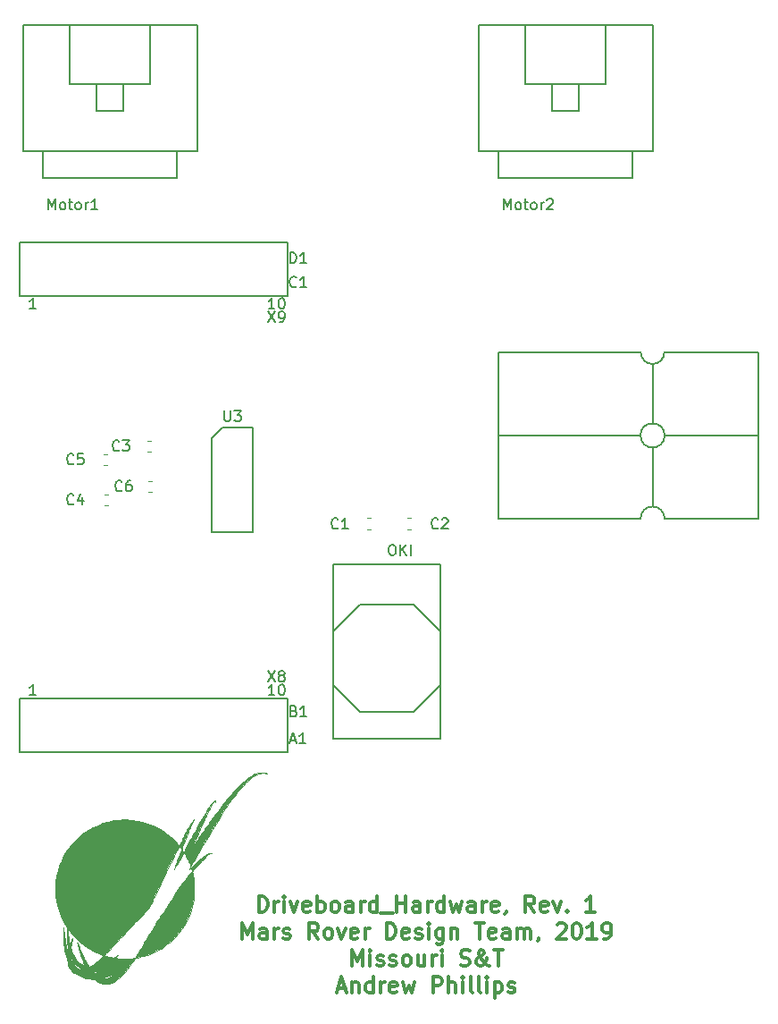
<source format=gbr>
G04 #@! TF.GenerationSoftware,KiCad,Pcbnew,(5.0.0)*
G04 #@! TF.CreationDate,2018-09-29T16:55:19-05:00*
G04 #@! TF.ProjectId,Driveboard_Hardware,4472697665626F6172645F4861726477,rev?*
G04 #@! TF.SameCoordinates,Original*
G04 #@! TF.FileFunction,Legend,Top*
G04 #@! TF.FilePolarity,Positive*
%FSLAX46Y46*%
G04 Gerber Fmt 4.6, Leading zero omitted, Abs format (unit mm)*
G04 Created by KiCad (PCBNEW (5.0.0)) date 09/29/18 16:55:19*
%MOMM*%
%LPD*%
G01*
G04 APERTURE LIST*
%ADD10C,0.300000*%
%ADD11C,0.150000*%
%ADD12C,0.120000*%
%ADD13C,0.010000*%
G04 APERTURE END LIST*
D10*
X86469142Y-148237571D02*
X86469142Y-146737571D01*
X86826285Y-146737571D01*
X87040571Y-146809000D01*
X87183428Y-146951857D01*
X87254857Y-147094714D01*
X87326285Y-147380428D01*
X87326285Y-147594714D01*
X87254857Y-147880428D01*
X87183428Y-148023285D01*
X87040571Y-148166142D01*
X86826285Y-148237571D01*
X86469142Y-148237571D01*
X87969142Y-148237571D02*
X87969142Y-147237571D01*
X87969142Y-147523285D02*
X88040571Y-147380428D01*
X88112000Y-147309000D01*
X88254857Y-147237571D01*
X88397714Y-147237571D01*
X88897714Y-148237571D02*
X88897714Y-147237571D01*
X88897714Y-146737571D02*
X88826285Y-146809000D01*
X88897714Y-146880428D01*
X88969142Y-146809000D01*
X88897714Y-146737571D01*
X88897714Y-146880428D01*
X89469142Y-147237571D02*
X89826285Y-148237571D01*
X90183428Y-147237571D01*
X91326285Y-148166142D02*
X91183428Y-148237571D01*
X90897714Y-148237571D01*
X90754857Y-148166142D01*
X90683428Y-148023285D01*
X90683428Y-147451857D01*
X90754857Y-147309000D01*
X90897714Y-147237571D01*
X91183428Y-147237571D01*
X91326285Y-147309000D01*
X91397714Y-147451857D01*
X91397714Y-147594714D01*
X90683428Y-147737571D01*
X92040571Y-148237571D02*
X92040571Y-146737571D01*
X92040571Y-147309000D02*
X92183428Y-147237571D01*
X92469142Y-147237571D01*
X92612000Y-147309000D01*
X92683428Y-147380428D01*
X92754857Y-147523285D01*
X92754857Y-147951857D01*
X92683428Y-148094714D01*
X92612000Y-148166142D01*
X92469142Y-148237571D01*
X92183428Y-148237571D01*
X92040571Y-148166142D01*
X93612000Y-148237571D02*
X93469142Y-148166142D01*
X93397714Y-148094714D01*
X93326285Y-147951857D01*
X93326285Y-147523285D01*
X93397714Y-147380428D01*
X93469142Y-147309000D01*
X93612000Y-147237571D01*
X93826285Y-147237571D01*
X93969142Y-147309000D01*
X94040571Y-147380428D01*
X94112000Y-147523285D01*
X94112000Y-147951857D01*
X94040571Y-148094714D01*
X93969142Y-148166142D01*
X93826285Y-148237571D01*
X93612000Y-148237571D01*
X95397714Y-148237571D02*
X95397714Y-147451857D01*
X95326285Y-147309000D01*
X95183428Y-147237571D01*
X94897714Y-147237571D01*
X94754857Y-147309000D01*
X95397714Y-148166142D02*
X95254857Y-148237571D01*
X94897714Y-148237571D01*
X94754857Y-148166142D01*
X94683428Y-148023285D01*
X94683428Y-147880428D01*
X94754857Y-147737571D01*
X94897714Y-147666142D01*
X95254857Y-147666142D01*
X95397714Y-147594714D01*
X96112000Y-148237571D02*
X96112000Y-147237571D01*
X96112000Y-147523285D02*
X96183428Y-147380428D01*
X96254857Y-147309000D01*
X96397714Y-147237571D01*
X96540571Y-147237571D01*
X97683428Y-148237571D02*
X97683428Y-146737571D01*
X97683428Y-148166142D02*
X97540571Y-148237571D01*
X97254857Y-148237571D01*
X97112000Y-148166142D01*
X97040571Y-148094714D01*
X96969142Y-147951857D01*
X96969142Y-147523285D01*
X97040571Y-147380428D01*
X97112000Y-147309000D01*
X97254857Y-147237571D01*
X97540571Y-147237571D01*
X97683428Y-147309000D01*
X98040571Y-148380428D02*
X99183428Y-148380428D01*
X99540571Y-148237571D02*
X99540571Y-146737571D01*
X99540571Y-147451857D02*
X100397714Y-147451857D01*
X100397714Y-148237571D02*
X100397714Y-146737571D01*
X101754857Y-148237571D02*
X101754857Y-147451857D01*
X101683428Y-147309000D01*
X101540571Y-147237571D01*
X101254857Y-147237571D01*
X101112000Y-147309000D01*
X101754857Y-148166142D02*
X101612000Y-148237571D01*
X101254857Y-148237571D01*
X101112000Y-148166142D01*
X101040571Y-148023285D01*
X101040571Y-147880428D01*
X101112000Y-147737571D01*
X101254857Y-147666142D01*
X101612000Y-147666142D01*
X101754857Y-147594714D01*
X102469142Y-148237571D02*
X102469142Y-147237571D01*
X102469142Y-147523285D02*
X102540571Y-147380428D01*
X102612000Y-147309000D01*
X102754857Y-147237571D01*
X102897714Y-147237571D01*
X104040571Y-148237571D02*
X104040571Y-146737571D01*
X104040571Y-148166142D02*
X103897714Y-148237571D01*
X103612000Y-148237571D01*
X103469142Y-148166142D01*
X103397714Y-148094714D01*
X103326285Y-147951857D01*
X103326285Y-147523285D01*
X103397714Y-147380428D01*
X103469142Y-147309000D01*
X103612000Y-147237571D01*
X103897714Y-147237571D01*
X104040571Y-147309000D01*
X104612000Y-147237571D02*
X104897714Y-148237571D01*
X105183428Y-147523285D01*
X105469142Y-148237571D01*
X105754857Y-147237571D01*
X106969142Y-148237571D02*
X106969142Y-147451857D01*
X106897714Y-147309000D01*
X106754857Y-147237571D01*
X106469142Y-147237571D01*
X106326285Y-147309000D01*
X106969142Y-148166142D02*
X106826285Y-148237571D01*
X106469142Y-148237571D01*
X106326285Y-148166142D01*
X106254857Y-148023285D01*
X106254857Y-147880428D01*
X106326285Y-147737571D01*
X106469142Y-147666142D01*
X106826285Y-147666142D01*
X106969142Y-147594714D01*
X107683428Y-148237571D02*
X107683428Y-147237571D01*
X107683428Y-147523285D02*
X107754857Y-147380428D01*
X107826285Y-147309000D01*
X107969142Y-147237571D01*
X108112000Y-147237571D01*
X109183428Y-148166142D02*
X109040571Y-148237571D01*
X108754857Y-148237571D01*
X108612000Y-148166142D01*
X108540571Y-148023285D01*
X108540571Y-147451857D01*
X108612000Y-147309000D01*
X108754857Y-147237571D01*
X109040571Y-147237571D01*
X109183428Y-147309000D01*
X109254857Y-147451857D01*
X109254857Y-147594714D01*
X108540571Y-147737571D01*
X109969142Y-148166142D02*
X109969142Y-148237571D01*
X109897714Y-148380428D01*
X109826285Y-148451857D01*
X112612000Y-148237571D02*
X112112000Y-147523285D01*
X111754857Y-148237571D02*
X111754857Y-146737571D01*
X112326285Y-146737571D01*
X112469142Y-146809000D01*
X112540571Y-146880428D01*
X112612000Y-147023285D01*
X112612000Y-147237571D01*
X112540571Y-147380428D01*
X112469142Y-147451857D01*
X112326285Y-147523285D01*
X111754857Y-147523285D01*
X113826285Y-148166142D02*
X113683428Y-148237571D01*
X113397714Y-148237571D01*
X113254857Y-148166142D01*
X113183428Y-148023285D01*
X113183428Y-147451857D01*
X113254857Y-147309000D01*
X113397714Y-147237571D01*
X113683428Y-147237571D01*
X113826285Y-147309000D01*
X113897714Y-147451857D01*
X113897714Y-147594714D01*
X113183428Y-147737571D01*
X114397714Y-147237571D02*
X114754857Y-148237571D01*
X115112000Y-147237571D01*
X115683428Y-148094714D02*
X115754857Y-148166142D01*
X115683428Y-148237571D01*
X115612000Y-148166142D01*
X115683428Y-148094714D01*
X115683428Y-148237571D01*
X118326285Y-148237571D02*
X117469142Y-148237571D01*
X117897714Y-148237571D02*
X117897714Y-146737571D01*
X117754857Y-146951857D01*
X117612000Y-147094714D01*
X117469142Y-147166142D01*
X84897714Y-150787571D02*
X84897714Y-149287571D01*
X85397714Y-150359000D01*
X85897714Y-149287571D01*
X85897714Y-150787571D01*
X87254857Y-150787571D02*
X87254857Y-150001857D01*
X87183428Y-149859000D01*
X87040571Y-149787571D01*
X86754857Y-149787571D01*
X86612000Y-149859000D01*
X87254857Y-150716142D02*
X87112000Y-150787571D01*
X86754857Y-150787571D01*
X86612000Y-150716142D01*
X86540571Y-150573285D01*
X86540571Y-150430428D01*
X86612000Y-150287571D01*
X86754857Y-150216142D01*
X87112000Y-150216142D01*
X87254857Y-150144714D01*
X87969142Y-150787571D02*
X87969142Y-149787571D01*
X87969142Y-150073285D02*
X88040571Y-149930428D01*
X88112000Y-149859000D01*
X88254857Y-149787571D01*
X88397714Y-149787571D01*
X88826285Y-150716142D02*
X88969142Y-150787571D01*
X89254857Y-150787571D01*
X89397714Y-150716142D01*
X89469142Y-150573285D01*
X89469142Y-150501857D01*
X89397714Y-150359000D01*
X89254857Y-150287571D01*
X89040571Y-150287571D01*
X88897714Y-150216142D01*
X88826285Y-150073285D01*
X88826285Y-150001857D01*
X88897714Y-149859000D01*
X89040571Y-149787571D01*
X89254857Y-149787571D01*
X89397714Y-149859000D01*
X92112000Y-150787571D02*
X91612000Y-150073285D01*
X91254857Y-150787571D02*
X91254857Y-149287571D01*
X91826285Y-149287571D01*
X91969142Y-149359000D01*
X92040571Y-149430428D01*
X92112000Y-149573285D01*
X92112000Y-149787571D01*
X92040571Y-149930428D01*
X91969142Y-150001857D01*
X91826285Y-150073285D01*
X91254857Y-150073285D01*
X92969142Y-150787571D02*
X92826285Y-150716142D01*
X92754857Y-150644714D01*
X92683428Y-150501857D01*
X92683428Y-150073285D01*
X92754857Y-149930428D01*
X92826285Y-149859000D01*
X92969142Y-149787571D01*
X93183428Y-149787571D01*
X93326285Y-149859000D01*
X93397714Y-149930428D01*
X93469142Y-150073285D01*
X93469142Y-150501857D01*
X93397714Y-150644714D01*
X93326285Y-150716142D01*
X93183428Y-150787571D01*
X92969142Y-150787571D01*
X93969142Y-149787571D02*
X94326285Y-150787571D01*
X94683428Y-149787571D01*
X95826285Y-150716142D02*
X95683428Y-150787571D01*
X95397714Y-150787571D01*
X95254857Y-150716142D01*
X95183428Y-150573285D01*
X95183428Y-150001857D01*
X95254857Y-149859000D01*
X95397714Y-149787571D01*
X95683428Y-149787571D01*
X95826285Y-149859000D01*
X95897714Y-150001857D01*
X95897714Y-150144714D01*
X95183428Y-150287571D01*
X96540571Y-150787571D02*
X96540571Y-149787571D01*
X96540571Y-150073285D02*
X96612000Y-149930428D01*
X96683428Y-149859000D01*
X96826285Y-149787571D01*
X96969142Y-149787571D01*
X98612000Y-150787571D02*
X98612000Y-149287571D01*
X98969142Y-149287571D01*
X99183428Y-149359000D01*
X99326285Y-149501857D01*
X99397714Y-149644714D01*
X99469142Y-149930428D01*
X99469142Y-150144714D01*
X99397714Y-150430428D01*
X99326285Y-150573285D01*
X99183428Y-150716142D01*
X98969142Y-150787571D01*
X98612000Y-150787571D01*
X100683428Y-150716142D02*
X100540571Y-150787571D01*
X100254857Y-150787571D01*
X100112000Y-150716142D01*
X100040571Y-150573285D01*
X100040571Y-150001857D01*
X100112000Y-149859000D01*
X100254857Y-149787571D01*
X100540571Y-149787571D01*
X100683428Y-149859000D01*
X100754857Y-150001857D01*
X100754857Y-150144714D01*
X100040571Y-150287571D01*
X101326285Y-150716142D02*
X101469142Y-150787571D01*
X101754857Y-150787571D01*
X101897714Y-150716142D01*
X101969142Y-150573285D01*
X101969142Y-150501857D01*
X101897714Y-150359000D01*
X101754857Y-150287571D01*
X101540571Y-150287571D01*
X101397714Y-150216142D01*
X101326285Y-150073285D01*
X101326285Y-150001857D01*
X101397714Y-149859000D01*
X101540571Y-149787571D01*
X101754857Y-149787571D01*
X101897714Y-149859000D01*
X102612000Y-150787571D02*
X102612000Y-149787571D01*
X102612000Y-149287571D02*
X102540571Y-149359000D01*
X102612000Y-149430428D01*
X102683428Y-149359000D01*
X102612000Y-149287571D01*
X102612000Y-149430428D01*
X103969142Y-149787571D02*
X103969142Y-151001857D01*
X103897714Y-151144714D01*
X103826285Y-151216142D01*
X103683428Y-151287571D01*
X103469142Y-151287571D01*
X103326285Y-151216142D01*
X103969142Y-150716142D02*
X103826285Y-150787571D01*
X103540571Y-150787571D01*
X103397714Y-150716142D01*
X103326285Y-150644714D01*
X103254857Y-150501857D01*
X103254857Y-150073285D01*
X103326285Y-149930428D01*
X103397714Y-149859000D01*
X103540571Y-149787571D01*
X103826285Y-149787571D01*
X103969142Y-149859000D01*
X104683428Y-149787571D02*
X104683428Y-150787571D01*
X104683428Y-149930428D02*
X104754857Y-149859000D01*
X104897714Y-149787571D01*
X105112000Y-149787571D01*
X105254857Y-149859000D01*
X105326285Y-150001857D01*
X105326285Y-150787571D01*
X106969142Y-149287571D02*
X107826285Y-149287571D01*
X107397714Y-150787571D02*
X107397714Y-149287571D01*
X108897714Y-150716142D02*
X108754857Y-150787571D01*
X108469142Y-150787571D01*
X108326285Y-150716142D01*
X108254857Y-150573285D01*
X108254857Y-150001857D01*
X108326285Y-149859000D01*
X108469142Y-149787571D01*
X108754857Y-149787571D01*
X108897714Y-149859000D01*
X108969142Y-150001857D01*
X108969142Y-150144714D01*
X108254857Y-150287571D01*
X110254857Y-150787571D02*
X110254857Y-150001857D01*
X110183428Y-149859000D01*
X110040571Y-149787571D01*
X109754857Y-149787571D01*
X109612000Y-149859000D01*
X110254857Y-150716142D02*
X110112000Y-150787571D01*
X109754857Y-150787571D01*
X109612000Y-150716142D01*
X109540571Y-150573285D01*
X109540571Y-150430428D01*
X109612000Y-150287571D01*
X109754857Y-150216142D01*
X110112000Y-150216142D01*
X110254857Y-150144714D01*
X110969142Y-150787571D02*
X110969142Y-149787571D01*
X110969142Y-149930428D02*
X111040571Y-149859000D01*
X111183428Y-149787571D01*
X111397714Y-149787571D01*
X111540571Y-149859000D01*
X111612000Y-150001857D01*
X111612000Y-150787571D01*
X111612000Y-150001857D02*
X111683428Y-149859000D01*
X111826285Y-149787571D01*
X112040571Y-149787571D01*
X112183428Y-149859000D01*
X112254857Y-150001857D01*
X112254857Y-150787571D01*
X113040571Y-150716142D02*
X113040571Y-150787571D01*
X112969142Y-150930428D01*
X112897714Y-151001857D01*
X114754857Y-149430428D02*
X114826285Y-149359000D01*
X114969142Y-149287571D01*
X115326285Y-149287571D01*
X115469142Y-149359000D01*
X115540571Y-149430428D01*
X115612000Y-149573285D01*
X115612000Y-149716142D01*
X115540571Y-149930428D01*
X114683428Y-150787571D01*
X115612000Y-150787571D01*
X116540571Y-149287571D02*
X116683428Y-149287571D01*
X116826285Y-149359000D01*
X116897714Y-149430428D01*
X116969142Y-149573285D01*
X117040571Y-149859000D01*
X117040571Y-150216142D01*
X116969142Y-150501857D01*
X116897714Y-150644714D01*
X116826285Y-150716142D01*
X116683428Y-150787571D01*
X116540571Y-150787571D01*
X116397714Y-150716142D01*
X116326285Y-150644714D01*
X116254857Y-150501857D01*
X116183428Y-150216142D01*
X116183428Y-149859000D01*
X116254857Y-149573285D01*
X116326285Y-149430428D01*
X116397714Y-149359000D01*
X116540571Y-149287571D01*
X118469142Y-150787571D02*
X117612000Y-150787571D01*
X118040571Y-150787571D02*
X118040571Y-149287571D01*
X117897714Y-149501857D01*
X117754857Y-149644714D01*
X117612000Y-149716142D01*
X119183428Y-150787571D02*
X119469142Y-150787571D01*
X119612000Y-150716142D01*
X119683428Y-150644714D01*
X119826285Y-150430428D01*
X119897714Y-150144714D01*
X119897714Y-149573285D01*
X119826285Y-149430428D01*
X119754857Y-149359000D01*
X119612000Y-149287571D01*
X119326285Y-149287571D01*
X119183428Y-149359000D01*
X119112000Y-149430428D01*
X119040571Y-149573285D01*
X119040571Y-149930428D01*
X119112000Y-150073285D01*
X119183428Y-150144714D01*
X119326285Y-150216142D01*
X119612000Y-150216142D01*
X119754857Y-150144714D01*
X119826285Y-150073285D01*
X119897714Y-149930428D01*
X95326285Y-153337571D02*
X95326285Y-151837571D01*
X95826285Y-152909000D01*
X96326285Y-151837571D01*
X96326285Y-153337571D01*
X97040571Y-153337571D02*
X97040571Y-152337571D01*
X97040571Y-151837571D02*
X96969142Y-151909000D01*
X97040571Y-151980428D01*
X97112000Y-151909000D01*
X97040571Y-151837571D01*
X97040571Y-151980428D01*
X97683428Y-153266142D02*
X97826285Y-153337571D01*
X98112000Y-153337571D01*
X98254857Y-153266142D01*
X98326285Y-153123285D01*
X98326285Y-153051857D01*
X98254857Y-152909000D01*
X98112000Y-152837571D01*
X97897714Y-152837571D01*
X97754857Y-152766142D01*
X97683428Y-152623285D01*
X97683428Y-152551857D01*
X97754857Y-152409000D01*
X97897714Y-152337571D01*
X98112000Y-152337571D01*
X98254857Y-152409000D01*
X98897714Y-153266142D02*
X99040571Y-153337571D01*
X99326285Y-153337571D01*
X99469142Y-153266142D01*
X99540571Y-153123285D01*
X99540571Y-153051857D01*
X99469142Y-152909000D01*
X99326285Y-152837571D01*
X99112000Y-152837571D01*
X98969142Y-152766142D01*
X98897714Y-152623285D01*
X98897714Y-152551857D01*
X98969142Y-152409000D01*
X99112000Y-152337571D01*
X99326285Y-152337571D01*
X99469142Y-152409000D01*
X100397714Y-153337571D02*
X100254857Y-153266142D01*
X100183428Y-153194714D01*
X100112000Y-153051857D01*
X100112000Y-152623285D01*
X100183428Y-152480428D01*
X100254857Y-152409000D01*
X100397714Y-152337571D01*
X100612000Y-152337571D01*
X100754857Y-152409000D01*
X100826285Y-152480428D01*
X100897714Y-152623285D01*
X100897714Y-153051857D01*
X100826285Y-153194714D01*
X100754857Y-153266142D01*
X100612000Y-153337571D01*
X100397714Y-153337571D01*
X102183428Y-152337571D02*
X102183428Y-153337571D01*
X101540571Y-152337571D02*
X101540571Y-153123285D01*
X101612000Y-153266142D01*
X101754857Y-153337571D01*
X101969142Y-153337571D01*
X102112000Y-153266142D01*
X102183428Y-153194714D01*
X102897714Y-153337571D02*
X102897714Y-152337571D01*
X102897714Y-152623285D02*
X102969142Y-152480428D01*
X103040571Y-152409000D01*
X103183428Y-152337571D01*
X103326285Y-152337571D01*
X103826285Y-153337571D02*
X103826285Y-152337571D01*
X103826285Y-151837571D02*
X103754857Y-151909000D01*
X103826285Y-151980428D01*
X103897714Y-151909000D01*
X103826285Y-151837571D01*
X103826285Y-151980428D01*
X105612000Y-153266142D02*
X105826285Y-153337571D01*
X106183428Y-153337571D01*
X106326285Y-153266142D01*
X106397714Y-153194714D01*
X106469142Y-153051857D01*
X106469142Y-152909000D01*
X106397714Y-152766142D01*
X106326285Y-152694714D01*
X106183428Y-152623285D01*
X105897714Y-152551857D01*
X105754857Y-152480428D01*
X105683428Y-152409000D01*
X105612000Y-152266142D01*
X105612000Y-152123285D01*
X105683428Y-151980428D01*
X105754857Y-151909000D01*
X105897714Y-151837571D01*
X106254857Y-151837571D01*
X106469142Y-151909000D01*
X108326285Y-153337571D02*
X108254857Y-153337571D01*
X108112000Y-153266142D01*
X107897714Y-153051857D01*
X107540571Y-152623285D01*
X107397714Y-152409000D01*
X107326285Y-152194714D01*
X107326285Y-152051857D01*
X107397714Y-151909000D01*
X107540571Y-151837571D01*
X107612000Y-151837571D01*
X107754857Y-151909000D01*
X107826285Y-152051857D01*
X107826285Y-152123285D01*
X107754857Y-152266142D01*
X107683428Y-152337571D01*
X107254857Y-152623285D01*
X107183428Y-152694714D01*
X107112000Y-152837571D01*
X107112000Y-153051857D01*
X107183428Y-153194714D01*
X107254857Y-153266142D01*
X107397714Y-153337571D01*
X107612000Y-153337571D01*
X107754857Y-153266142D01*
X107826285Y-153194714D01*
X108040571Y-152909000D01*
X108112000Y-152694714D01*
X108112000Y-152551857D01*
X108754857Y-151837571D02*
X109612000Y-151837571D01*
X109183428Y-153337571D02*
X109183428Y-151837571D01*
X93969142Y-155459000D02*
X94683428Y-155459000D01*
X93826285Y-155887571D02*
X94326285Y-154387571D01*
X94826285Y-155887571D01*
X95326285Y-154887571D02*
X95326285Y-155887571D01*
X95326285Y-155030428D02*
X95397714Y-154959000D01*
X95540571Y-154887571D01*
X95754857Y-154887571D01*
X95897714Y-154959000D01*
X95969142Y-155101857D01*
X95969142Y-155887571D01*
X97326285Y-155887571D02*
X97326285Y-154387571D01*
X97326285Y-155816142D02*
X97183428Y-155887571D01*
X96897714Y-155887571D01*
X96754857Y-155816142D01*
X96683428Y-155744714D01*
X96612000Y-155601857D01*
X96612000Y-155173285D01*
X96683428Y-155030428D01*
X96754857Y-154959000D01*
X96897714Y-154887571D01*
X97183428Y-154887571D01*
X97326285Y-154959000D01*
X98040571Y-155887571D02*
X98040571Y-154887571D01*
X98040571Y-155173285D02*
X98112000Y-155030428D01*
X98183428Y-154959000D01*
X98326285Y-154887571D01*
X98469142Y-154887571D01*
X99540571Y-155816142D02*
X99397714Y-155887571D01*
X99112000Y-155887571D01*
X98969142Y-155816142D01*
X98897714Y-155673285D01*
X98897714Y-155101857D01*
X98969142Y-154959000D01*
X99112000Y-154887571D01*
X99397714Y-154887571D01*
X99540571Y-154959000D01*
X99612000Y-155101857D01*
X99612000Y-155244714D01*
X98897714Y-155387571D01*
X100112000Y-154887571D02*
X100397714Y-155887571D01*
X100683428Y-155173285D01*
X100969142Y-155887571D01*
X101254857Y-154887571D01*
X102969142Y-155887571D02*
X102969142Y-154387571D01*
X103540571Y-154387571D01*
X103683428Y-154459000D01*
X103754857Y-154530428D01*
X103826285Y-154673285D01*
X103826285Y-154887571D01*
X103754857Y-155030428D01*
X103683428Y-155101857D01*
X103540571Y-155173285D01*
X102969142Y-155173285D01*
X104469142Y-155887571D02*
X104469142Y-154387571D01*
X105112000Y-155887571D02*
X105112000Y-155101857D01*
X105040571Y-154959000D01*
X104897714Y-154887571D01*
X104683428Y-154887571D01*
X104540571Y-154959000D01*
X104469142Y-155030428D01*
X105826285Y-155887571D02*
X105826285Y-154887571D01*
X105826285Y-154387571D02*
X105754857Y-154459000D01*
X105826285Y-154530428D01*
X105897714Y-154459000D01*
X105826285Y-154387571D01*
X105826285Y-154530428D01*
X106754857Y-155887571D02*
X106612000Y-155816142D01*
X106540571Y-155673285D01*
X106540571Y-154387571D01*
X107540571Y-155887571D02*
X107397714Y-155816142D01*
X107326285Y-155673285D01*
X107326285Y-154387571D01*
X108112000Y-155887571D02*
X108112000Y-154887571D01*
X108112000Y-154387571D02*
X108040571Y-154459000D01*
X108112000Y-154530428D01*
X108183428Y-154459000D01*
X108112000Y-154387571D01*
X108112000Y-154530428D01*
X108826285Y-154887571D02*
X108826285Y-156387571D01*
X108826285Y-154959000D02*
X108969142Y-154887571D01*
X109254857Y-154887571D01*
X109397714Y-154959000D01*
X109469142Y-155030428D01*
X109540571Y-155173285D01*
X109540571Y-155601857D01*
X109469142Y-155744714D01*
X109397714Y-155816142D01*
X109254857Y-155887571D01*
X108969142Y-155887571D01*
X108826285Y-155816142D01*
X110112000Y-155816142D02*
X110254857Y-155887571D01*
X110540571Y-155887571D01*
X110683428Y-155816142D01*
X110754857Y-155673285D01*
X110754857Y-155601857D01*
X110683428Y-155459000D01*
X110540571Y-155387571D01*
X110326285Y-155387571D01*
X110183428Y-155316142D01*
X110112000Y-155173285D01*
X110112000Y-155101857D01*
X110183428Y-154959000D01*
X110326285Y-154887571D01*
X110540571Y-154887571D01*
X110683428Y-154959000D01*
D11*
G04 #@! TO.C,U1*
X89179001Y-133095001D02*
X89179001Y-128015001D01*
X89179001Y-128015001D02*
X63779001Y-128015001D01*
X63779001Y-128015001D02*
X63779001Y-133095001D01*
X63779001Y-133095001D02*
X89179001Y-133095001D01*
X89179001Y-89915001D02*
X89179001Y-84835001D01*
X89179001Y-84835001D02*
X63779001Y-84835001D01*
X63779001Y-84835001D02*
X63779001Y-89915001D01*
X63779001Y-89915001D02*
X89179001Y-89915001D01*
G04 #@! TO.C,U2*
X101144008Y-119097532D02*
X103684008Y-121637532D01*
X103684008Y-121637532D02*
X103684008Y-126717532D01*
X103684008Y-126717532D02*
X101144008Y-129257532D01*
X101144008Y-129257532D02*
X96064008Y-129257532D01*
X96064008Y-129257532D02*
X93524008Y-126717532D01*
X93524008Y-126717532D02*
X93524008Y-121637532D01*
X93524008Y-121637532D02*
X96064008Y-119097532D01*
X96064008Y-119097532D02*
X101144008Y-119097532D01*
X93524008Y-131797532D02*
X103684008Y-131797532D01*
X93524008Y-115287532D02*
X103684008Y-115287532D01*
X103684008Y-115287532D02*
X103684008Y-131797532D01*
X93524008Y-131797532D02*
X93524008Y-115287532D01*
D12*
G04 #@! TO.C,C1*
X96715733Y-111987532D02*
X97058267Y-111987532D01*
X96715733Y-110967532D02*
X97058267Y-110967532D01*
G04 #@! TO.C,C2*
X100920275Y-110967532D02*
X100577741Y-110967532D01*
X100920275Y-111987532D02*
X100577741Y-111987532D01*
G04 #@! TO.C,C3*
X76258267Y-104650000D02*
X75915733Y-104650000D01*
X76258267Y-103630000D02*
X75915733Y-103630000D01*
G04 #@! TO.C,C4*
X71823733Y-108710000D02*
X72166267Y-108710000D01*
X71823733Y-109730000D02*
X72166267Y-109730000D01*
G04 #@! TO.C,C5*
X71750133Y-104900000D02*
X72092667Y-104900000D01*
X71750133Y-105920000D02*
X72092667Y-105920000D01*
G04 #@! TO.C,C6*
X76028733Y-107440000D02*
X76371267Y-107440000D01*
X76028733Y-108460000D02*
X76371267Y-108460000D01*
D11*
G04 #@! TO.C,Conn2*
X68580000Y-64262000D02*
X68580000Y-64770000D01*
X76200000Y-64770000D02*
X76200000Y-64262000D01*
X64135000Y-64262000D02*
X80645000Y-64262000D01*
X64135000Y-76200000D02*
X64135000Y-64262000D01*
X80645000Y-76200000D02*
X80645000Y-64262000D01*
X78740000Y-76200000D02*
X80645000Y-76200000D01*
X66040000Y-76200000D02*
X64135000Y-76200000D01*
X68580000Y-68580000D02*
X68580000Y-69850000D01*
X68580000Y-69850000D02*
X76200000Y-69850000D01*
X76200000Y-69850000D02*
X76200000Y-68580000D01*
X76200000Y-68580000D02*
X76200000Y-64770000D01*
X68580000Y-68580000D02*
X68580000Y-64770000D01*
X71120000Y-69850000D02*
X71120000Y-72390000D01*
X71120000Y-72390000D02*
X73660000Y-72390000D01*
X73660000Y-72390000D02*
X73660000Y-69850000D01*
X66040000Y-76200000D02*
X78740000Y-76200000D01*
X78740000Y-76200000D02*
X78740000Y-78740000D01*
X78740000Y-78740000D02*
X66040000Y-78740000D01*
X66040000Y-78740000D02*
X66040000Y-76200000D01*
G04 #@! TO.C,Conn3*
X109220000Y-78740000D02*
X109220000Y-76200000D01*
X121920000Y-78740000D02*
X109220000Y-78740000D01*
X121920000Y-76200000D02*
X121920000Y-78740000D01*
X109220000Y-76200000D02*
X121920000Y-76200000D01*
X116840000Y-72390000D02*
X116840000Y-69850000D01*
X114300000Y-72390000D02*
X116840000Y-72390000D01*
X114300000Y-69850000D02*
X114300000Y-72390000D01*
X111760000Y-68580000D02*
X111760000Y-64770000D01*
X119380000Y-68580000D02*
X119380000Y-64770000D01*
X119380000Y-69850000D02*
X119380000Y-68580000D01*
X111760000Y-69850000D02*
X119380000Y-69850000D01*
X111760000Y-68580000D02*
X111760000Y-69850000D01*
X109220000Y-76200000D02*
X107315000Y-76200000D01*
X121920000Y-76200000D02*
X123825000Y-76200000D01*
X123825000Y-76200000D02*
X123825000Y-64262000D01*
X107315000Y-76200000D02*
X107315000Y-64262000D01*
X107315000Y-64262000D02*
X123825000Y-64262000D01*
X119380000Y-64770000D02*
X119380000Y-64262000D01*
X111760000Y-64262000D02*
X111760000Y-64770000D01*
G04 #@! TO.C,U3*
X83030000Y-102365000D02*
X85930000Y-102365000D01*
X85930000Y-102365000D02*
X85930000Y-112265000D01*
X85930000Y-112265000D02*
X82030000Y-112265000D01*
X82030000Y-112265000D02*
X82030000Y-103365000D01*
X82030000Y-103365000D02*
X83030000Y-102365000D01*
G04 #@! TO.C,Conn1*
X122682000Y-95250000D02*
G75*
G03X123799600Y-96367600I1117600J0D01*
G01*
X123799600Y-96367600D02*
G75*
G03X124917200Y-95250000I0J1117600D01*
G01*
X133858000Y-110998000D02*
X133858000Y-95250000D01*
X109220000Y-110998000D02*
X109220000Y-95250000D01*
X124942600Y-110998000D02*
X126161800Y-110998000D01*
X123799600Y-109855000D02*
G75*
G03X122656600Y-110998000I0J-1143000D01*
G01*
X124942600Y-110998000D02*
G75*
G03X123799600Y-109855000I-1143000J0D01*
G01*
X121488200Y-95250000D02*
X122682000Y-95250000D01*
X123799600Y-97561400D02*
X123799600Y-96393000D01*
X126111000Y-95250000D02*
X124942600Y-95250000D01*
X121539000Y-110998000D02*
X122631200Y-110998000D01*
X123799600Y-109855000D02*
X123799600Y-108686600D01*
X123799600Y-100838000D02*
X123799600Y-101981000D01*
X133832600Y-103149400D02*
X124942600Y-103149400D01*
X123799600Y-105410000D02*
X123799600Y-104267000D01*
X121513600Y-103124000D02*
X122656600Y-103124000D01*
X123799600Y-100838000D02*
X123799600Y-97536000D01*
X121513600Y-103124000D02*
X109220000Y-103124000D01*
X123799600Y-105410000D02*
X123799600Y-108686600D01*
X124942600Y-103124000D02*
G75*
G03X124942600Y-103124000I-1143000J0D01*
G01*
X121513600Y-95250000D02*
X109220000Y-95250000D01*
X126085600Y-95250000D02*
X133832600Y-95250000D01*
X133832600Y-110998000D02*
X126085600Y-110998000D01*
X121513600Y-110998000D02*
X109220000Y-110998000D01*
D13*
G04 #@! TO.C,G\002A\002A\002A*
G36*
X86909896Y-135023364D02*
X87041117Y-135042290D01*
X87147956Y-135073351D01*
X87164253Y-135080407D01*
X87229655Y-135110715D01*
X87169513Y-135100541D01*
X86960196Y-135077066D01*
X86764137Y-135078629D01*
X86590244Y-135105134D01*
X86583063Y-135106916D01*
X86380424Y-135173555D01*
X86169259Y-135273412D01*
X85948850Y-135407073D01*
X85718476Y-135575123D01*
X85477416Y-135778149D01*
X85224951Y-136016738D01*
X84960360Y-136291476D01*
X84682922Y-136602949D01*
X84544674Y-136766039D01*
X84416595Y-136920726D01*
X84294234Y-137071569D01*
X84175674Y-137221339D01*
X84058997Y-137372810D01*
X83942286Y-137528751D01*
X83823623Y-137691936D01*
X83701092Y-137865136D01*
X83572773Y-138051123D01*
X83436751Y-138252669D01*
X83291107Y-138472545D01*
X83133924Y-138713524D01*
X82963284Y-138978377D01*
X82777270Y-139269876D01*
X82573965Y-139590793D01*
X82403114Y-139861783D01*
X82013504Y-140490057D01*
X81638770Y-141112898D01*
X81284937Y-141720254D01*
X81195886Y-141876542D01*
X81115409Y-142017746D01*
X81022172Y-142180150D01*
X80923853Y-142350458D01*
X80828127Y-142515373D01*
X80744135Y-142659103D01*
X80660477Y-142802510D01*
X80568709Y-142961325D01*
X80475914Y-143123192D01*
X80389173Y-143275754D01*
X80315570Y-143406655D01*
X80313215Y-143410879D01*
X80249738Y-143524571D01*
X80189519Y-143632068D01*
X80136564Y-143726244D01*
X80094882Y-143799974D01*
X80068476Y-143846135D01*
X80067645Y-143847564D01*
X80017215Y-143934135D01*
X79939388Y-143727280D01*
X79898568Y-143624977D01*
X79847818Y-143507482D01*
X79789684Y-143379792D01*
X79726713Y-143246899D01*
X79661450Y-143113801D01*
X79596441Y-142985490D01*
X79534233Y-142866962D01*
X79477371Y-142763212D01*
X79428402Y-142679235D01*
X79389871Y-142620025D01*
X79364324Y-142590577D01*
X79358774Y-142588223D01*
X79345304Y-142604984D01*
X79316388Y-142651461D01*
X79275363Y-142721947D01*
X79225563Y-142810734D01*
X79180112Y-142893945D01*
X79106723Y-143029318D01*
X79028028Y-143173554D01*
X78946422Y-143322346D01*
X78864303Y-143471386D01*
X78784068Y-143616364D01*
X78708113Y-143752974D01*
X78638834Y-143876907D01*
X78578629Y-143983855D01*
X78529894Y-144069510D01*
X78495026Y-144129564D01*
X78476421Y-144159708D01*
X78474709Y-144161940D01*
X78473319Y-144153140D01*
X78483975Y-144113615D01*
X78504652Y-144050184D01*
X78525332Y-143991538D01*
X78575554Y-143853544D01*
X78631380Y-143701317D01*
X78691214Y-143539107D01*
X78753461Y-143371163D01*
X78816526Y-143201736D01*
X78878812Y-143035076D01*
X78938723Y-142875433D01*
X78994665Y-142727057D01*
X79045041Y-142594198D01*
X79088256Y-142481105D01*
X79122713Y-142392030D01*
X79146819Y-142331222D01*
X79158976Y-142302931D01*
X79159836Y-142301546D01*
X79176745Y-142309386D01*
X79208460Y-142344479D01*
X79248907Y-142399849D01*
X79260178Y-142416819D01*
X79301994Y-142478621D01*
X79336076Y-142524624D01*
X79356325Y-142546712D01*
X79358410Y-142547555D01*
X79371103Y-142530489D01*
X79399639Y-142483000D01*
X79441163Y-142410134D01*
X79492823Y-142316939D01*
X79551766Y-142208459D01*
X79581588Y-142152851D01*
X79651820Y-142022087D01*
X79735905Y-141866714D01*
X79828172Y-141697138D01*
X79922949Y-141523770D01*
X80014564Y-141357017D01*
X80070173Y-141256305D01*
X80150896Y-141110217D01*
X80245719Y-140938200D01*
X80349546Y-140749526D01*
X80457279Y-140553465D01*
X80563823Y-140359289D01*
X80664080Y-140176269D01*
X80699032Y-140112375D01*
X80861475Y-139817646D01*
X81021033Y-139532741D01*
X81175976Y-139260559D01*
X81324576Y-139003999D01*
X81465105Y-138765962D01*
X81595834Y-138549346D01*
X81715035Y-138357052D01*
X81820980Y-138191979D01*
X81911941Y-138057026D01*
X81980645Y-137962303D01*
X82076883Y-137846260D01*
X82162714Y-137762827D01*
X82236716Y-137712797D01*
X82297466Y-137696966D01*
X82343542Y-137716126D01*
X82364953Y-137747730D01*
X82384799Y-137801281D01*
X82388215Y-137832765D01*
X82376920Y-137836969D01*
X82352636Y-137808682D01*
X82347512Y-137800550D01*
X82308827Y-137753563D01*
X82272886Y-137740430D01*
X82272410Y-137740515D01*
X82234734Y-137764564D01*
X82182554Y-137824614D01*
X82116504Y-137919541D01*
X82037218Y-138048221D01*
X81945330Y-138209527D01*
X81841474Y-138402335D01*
X81726283Y-138625521D01*
X81600393Y-138877958D01*
X81464436Y-139158522D01*
X81415916Y-139260362D01*
X81368132Y-139362182D01*
X81309809Y-139488305D01*
X81242415Y-139635431D01*
X81167418Y-139800261D01*
X81086284Y-139979496D01*
X81000481Y-140169836D01*
X80911478Y-140367981D01*
X80820740Y-140570634D01*
X80729736Y-140774493D01*
X80639934Y-140976261D01*
X80552800Y-141172637D01*
X80469803Y-141360322D01*
X80392409Y-141536018D01*
X80322086Y-141696424D01*
X80260302Y-141838241D01*
X80208525Y-141958170D01*
X80168221Y-142052911D01*
X80140858Y-142119166D01*
X80127904Y-142153635D01*
X80127144Y-142157879D01*
X80139418Y-142143534D01*
X80170847Y-142100307D01*
X80218324Y-142032660D01*
X80278739Y-141945057D01*
X80348983Y-141841958D01*
X80403530Y-141761187D01*
X80494460Y-141626900D01*
X80602112Y-141469331D01*
X80723739Y-141292405D01*
X80856593Y-141100050D01*
X80997927Y-140896190D01*
X81144992Y-140684751D01*
X81295040Y-140469659D01*
X81445325Y-140254841D01*
X81593097Y-140044221D01*
X81735609Y-139841725D01*
X81870114Y-139651281D01*
X81993863Y-139476812D01*
X82104109Y-139322246D01*
X82198104Y-139191508D01*
X82273100Y-139088523D01*
X82294257Y-139059888D01*
X82660212Y-138573274D01*
X83009207Y-138121839D01*
X83342000Y-137704794D01*
X83659345Y-137321350D01*
X83962002Y-136970718D01*
X84250725Y-136652110D01*
X84526272Y-136364736D01*
X84789399Y-136107807D01*
X85040863Y-135880534D01*
X85281422Y-135682128D01*
X85511830Y-135511801D01*
X85732846Y-135368762D01*
X85945226Y-135252224D01*
X85946624Y-135251529D01*
X86104935Y-135175975D01*
X86239676Y-135119257D01*
X86360715Y-135078091D01*
X86477922Y-135049193D01*
X86601167Y-135029279D01*
X86622341Y-135026679D01*
X86766301Y-135017764D01*
X86909896Y-135023364D01*
X86909896Y-135023364D01*
G37*
X86909896Y-135023364D02*
X87041117Y-135042290D01*
X87147956Y-135073351D01*
X87164253Y-135080407D01*
X87229655Y-135110715D01*
X87169513Y-135100541D01*
X86960196Y-135077066D01*
X86764137Y-135078629D01*
X86590244Y-135105134D01*
X86583063Y-135106916D01*
X86380424Y-135173555D01*
X86169259Y-135273412D01*
X85948850Y-135407073D01*
X85718476Y-135575123D01*
X85477416Y-135778149D01*
X85224951Y-136016738D01*
X84960360Y-136291476D01*
X84682922Y-136602949D01*
X84544674Y-136766039D01*
X84416595Y-136920726D01*
X84294234Y-137071569D01*
X84175674Y-137221339D01*
X84058997Y-137372810D01*
X83942286Y-137528751D01*
X83823623Y-137691936D01*
X83701092Y-137865136D01*
X83572773Y-138051123D01*
X83436751Y-138252669D01*
X83291107Y-138472545D01*
X83133924Y-138713524D01*
X82963284Y-138978377D01*
X82777270Y-139269876D01*
X82573965Y-139590793D01*
X82403114Y-139861783D01*
X82013504Y-140490057D01*
X81638770Y-141112898D01*
X81284937Y-141720254D01*
X81195886Y-141876542D01*
X81115409Y-142017746D01*
X81022172Y-142180150D01*
X80923853Y-142350458D01*
X80828127Y-142515373D01*
X80744135Y-142659103D01*
X80660477Y-142802510D01*
X80568709Y-142961325D01*
X80475914Y-143123192D01*
X80389173Y-143275754D01*
X80315570Y-143406655D01*
X80313215Y-143410879D01*
X80249738Y-143524571D01*
X80189519Y-143632068D01*
X80136564Y-143726244D01*
X80094882Y-143799974D01*
X80068476Y-143846135D01*
X80067645Y-143847564D01*
X80017215Y-143934135D01*
X79939388Y-143727280D01*
X79898568Y-143624977D01*
X79847818Y-143507482D01*
X79789684Y-143379792D01*
X79726713Y-143246899D01*
X79661450Y-143113801D01*
X79596441Y-142985490D01*
X79534233Y-142866962D01*
X79477371Y-142763212D01*
X79428402Y-142679235D01*
X79389871Y-142620025D01*
X79364324Y-142590577D01*
X79358774Y-142588223D01*
X79345304Y-142604984D01*
X79316388Y-142651461D01*
X79275363Y-142721947D01*
X79225563Y-142810734D01*
X79180112Y-142893945D01*
X79106723Y-143029318D01*
X79028028Y-143173554D01*
X78946422Y-143322346D01*
X78864303Y-143471386D01*
X78784068Y-143616364D01*
X78708113Y-143752974D01*
X78638834Y-143876907D01*
X78578629Y-143983855D01*
X78529894Y-144069510D01*
X78495026Y-144129564D01*
X78476421Y-144159708D01*
X78474709Y-144161940D01*
X78473319Y-144153140D01*
X78483975Y-144113615D01*
X78504652Y-144050184D01*
X78525332Y-143991538D01*
X78575554Y-143853544D01*
X78631380Y-143701317D01*
X78691214Y-143539107D01*
X78753461Y-143371163D01*
X78816526Y-143201736D01*
X78878812Y-143035076D01*
X78938723Y-142875433D01*
X78994665Y-142727057D01*
X79045041Y-142594198D01*
X79088256Y-142481105D01*
X79122713Y-142392030D01*
X79146819Y-142331222D01*
X79158976Y-142302931D01*
X79159836Y-142301546D01*
X79176745Y-142309386D01*
X79208460Y-142344479D01*
X79248907Y-142399849D01*
X79260178Y-142416819D01*
X79301994Y-142478621D01*
X79336076Y-142524624D01*
X79356325Y-142546712D01*
X79358410Y-142547555D01*
X79371103Y-142530489D01*
X79399639Y-142483000D01*
X79441163Y-142410134D01*
X79492823Y-142316939D01*
X79551766Y-142208459D01*
X79581588Y-142152851D01*
X79651820Y-142022087D01*
X79735905Y-141866714D01*
X79828172Y-141697138D01*
X79922949Y-141523770D01*
X80014564Y-141357017D01*
X80070173Y-141256305D01*
X80150896Y-141110217D01*
X80245719Y-140938200D01*
X80349546Y-140749526D01*
X80457279Y-140553465D01*
X80563823Y-140359289D01*
X80664080Y-140176269D01*
X80699032Y-140112375D01*
X80861475Y-139817646D01*
X81021033Y-139532741D01*
X81175976Y-139260559D01*
X81324576Y-139003999D01*
X81465105Y-138765962D01*
X81595834Y-138549346D01*
X81715035Y-138357052D01*
X81820980Y-138191979D01*
X81911941Y-138057026D01*
X81980645Y-137962303D01*
X82076883Y-137846260D01*
X82162714Y-137762827D01*
X82236716Y-137712797D01*
X82297466Y-137696966D01*
X82343542Y-137716126D01*
X82364953Y-137747730D01*
X82384799Y-137801281D01*
X82388215Y-137832765D01*
X82376920Y-137836969D01*
X82352636Y-137808682D01*
X82347512Y-137800550D01*
X82308827Y-137753563D01*
X82272886Y-137740430D01*
X82272410Y-137740515D01*
X82234734Y-137764564D01*
X82182554Y-137824614D01*
X82116504Y-137919541D01*
X82037218Y-138048221D01*
X81945330Y-138209527D01*
X81841474Y-138402335D01*
X81726283Y-138625521D01*
X81600393Y-138877958D01*
X81464436Y-139158522D01*
X81415916Y-139260362D01*
X81368132Y-139362182D01*
X81309809Y-139488305D01*
X81242415Y-139635431D01*
X81167418Y-139800261D01*
X81086284Y-139979496D01*
X81000481Y-140169836D01*
X80911478Y-140367981D01*
X80820740Y-140570634D01*
X80729736Y-140774493D01*
X80639934Y-140976261D01*
X80552800Y-141172637D01*
X80469803Y-141360322D01*
X80392409Y-141536018D01*
X80322086Y-141696424D01*
X80260302Y-141838241D01*
X80208525Y-141958170D01*
X80168221Y-142052911D01*
X80140858Y-142119166D01*
X80127904Y-142153635D01*
X80127144Y-142157879D01*
X80139418Y-142143534D01*
X80170847Y-142100307D01*
X80218324Y-142032660D01*
X80278739Y-141945057D01*
X80348983Y-141841958D01*
X80403530Y-141761187D01*
X80494460Y-141626900D01*
X80602112Y-141469331D01*
X80723739Y-141292405D01*
X80856593Y-141100050D01*
X80997927Y-140896190D01*
X81144992Y-140684751D01*
X81295040Y-140469659D01*
X81445325Y-140254841D01*
X81593097Y-140044221D01*
X81735609Y-139841725D01*
X81870114Y-139651281D01*
X81993863Y-139476812D01*
X82104109Y-139322246D01*
X82198104Y-139191508D01*
X82273100Y-139088523D01*
X82294257Y-139059888D01*
X82660212Y-138573274D01*
X83009207Y-138121839D01*
X83342000Y-137704794D01*
X83659345Y-137321350D01*
X83962002Y-136970718D01*
X84250725Y-136652110D01*
X84526272Y-136364736D01*
X84789399Y-136107807D01*
X85040863Y-135880534D01*
X85281422Y-135682128D01*
X85511830Y-135511801D01*
X85732846Y-135368762D01*
X85945226Y-135252224D01*
X85946624Y-135251529D01*
X86104935Y-135175975D01*
X86239676Y-135119257D01*
X86360715Y-135078091D01*
X86477922Y-135049193D01*
X86601167Y-135029279D01*
X86622341Y-135026679D01*
X86766301Y-135017764D01*
X86909896Y-135023364D01*
G36*
X78458937Y-144202035D02*
X78448913Y-144212059D01*
X78438889Y-144202035D01*
X78448913Y-144192012D01*
X78458937Y-144202035D01*
X78458937Y-144202035D01*
G37*
X78458937Y-144202035D02*
X78448913Y-144212059D01*
X78438889Y-144202035D01*
X78448913Y-144192012D01*
X78458937Y-144202035D01*
G36*
X80339770Y-139492811D02*
X80329272Y-139516974D01*
X80295131Y-139568375D01*
X80275543Y-139596109D01*
X80238901Y-139650196D01*
X80203000Y-139709563D01*
X80165587Y-139778959D01*
X80124408Y-139863130D01*
X80077212Y-139966823D01*
X80021745Y-140094788D01*
X79955755Y-140251770D01*
X79897006Y-140393824D01*
X79847041Y-140516483D01*
X79785417Y-140669788D01*
X79714806Y-140846941D01*
X79637880Y-141041142D01*
X79557310Y-141245592D01*
X79475768Y-141453491D01*
X79395926Y-141658041D01*
X79320455Y-141852441D01*
X79252027Y-142029893D01*
X79193313Y-142183596D01*
X79181631Y-142214434D01*
X79159990Y-142271663D01*
X79047544Y-142117688D01*
X78997827Y-142053314D01*
X78955845Y-142005788D01*
X78927408Y-141981335D01*
X78919319Y-141980269D01*
X78908100Y-142000736D01*
X78880984Y-142054287D01*
X78839460Y-142137877D01*
X78785017Y-142248461D01*
X78719146Y-142382994D01*
X78643335Y-142538431D01*
X78559075Y-142711729D01*
X78467855Y-142899841D01*
X78371164Y-143099723D01*
X78332578Y-143179620D01*
X78110428Y-143639554D01*
X77904286Y-144065769D01*
X77712935Y-144460756D01*
X77535157Y-144827002D01*
X77369736Y-145166995D01*
X77215455Y-145483225D01*
X77071096Y-145778179D01*
X76935443Y-146054347D01*
X76807278Y-146314216D01*
X76685385Y-146560275D01*
X76568545Y-146795013D01*
X76455543Y-147020917D01*
X76391219Y-147148997D01*
X76304040Y-147323365D01*
X76229596Y-147473261D01*
X76165241Y-147602126D01*
X76108326Y-147713404D01*
X76056204Y-147810534D01*
X76006228Y-147896960D01*
X75955750Y-147976124D01*
X75902122Y-148051466D01*
X75842696Y-148126429D01*
X75774826Y-148204454D01*
X75695863Y-148288984D01*
X75603160Y-148383461D01*
X75494070Y-148491325D01*
X75365944Y-148616020D01*
X75216136Y-148760987D01*
X75041997Y-148929667D01*
X74960673Y-149008697D01*
X74813988Y-149152227D01*
X74670479Y-149294150D01*
X74533892Y-149430661D01*
X74407971Y-149557953D01*
X74296461Y-149672220D01*
X74203105Y-149769656D01*
X74131649Y-149846453D01*
X74090055Y-149893703D01*
X73976934Y-150026710D01*
X73839761Y-150183984D01*
X73682550Y-150361156D01*
X73509311Y-150553856D01*
X73324057Y-150757716D01*
X73130800Y-150968364D01*
X72933551Y-151181433D01*
X72736322Y-151392552D01*
X72543125Y-151597353D01*
X72357973Y-151791465D01*
X72184876Y-151970519D01*
X72156552Y-151999540D01*
X72060757Y-152097821D01*
X71975222Y-152186109D01*
X71903647Y-152260543D01*
X71849726Y-152317264D01*
X71817157Y-152352413D01*
X71808980Y-152362433D01*
X71833621Y-152371212D01*
X71889450Y-152387274D01*
X71968650Y-152408626D01*
X72063401Y-152433276D01*
X72165886Y-152459229D01*
X72268287Y-152484494D01*
X72362785Y-152507077D01*
X72441561Y-152524986D01*
X72471996Y-152531439D01*
X72600747Y-152555716D01*
X72694316Y-152568502D01*
X72755862Y-152570031D01*
X72788546Y-152560538D01*
X72793386Y-152555274D01*
X72812539Y-152536377D01*
X72855878Y-152498821D01*
X72916128Y-152448805D01*
X72959960Y-152413314D01*
X73116316Y-152287885D01*
X72799896Y-152586325D01*
X72867893Y-152598494D01*
X72988416Y-152615926D01*
X73132871Y-152630047D01*
X73295785Y-152640897D01*
X73471684Y-152648515D01*
X73655096Y-152652942D01*
X73840545Y-152654218D01*
X74022560Y-152652383D01*
X74195667Y-152647477D01*
X74354392Y-152639540D01*
X74493262Y-152628611D01*
X74606803Y-152614733D01*
X74689542Y-152597943D01*
X74725392Y-152584897D01*
X74748315Y-152561244D01*
X74788888Y-152506275D01*
X74844948Y-152423531D01*
X74914333Y-152316553D01*
X74994882Y-152188885D01*
X75084433Y-152044066D01*
X75180822Y-151885640D01*
X75281890Y-151717147D01*
X75385473Y-151542130D01*
X75489411Y-151364130D01*
X75591540Y-151186689D01*
X75689699Y-151013349D01*
X75742954Y-150917899D01*
X75827462Y-150768109D01*
X75918224Y-150611722D01*
X76009949Y-150457549D01*
X76097345Y-150314399D01*
X76175122Y-150191083D01*
X76224572Y-150116005D01*
X76298557Y-150003036D01*
X76384479Y-149865784D01*
X76475574Y-149715431D01*
X76565078Y-149563162D01*
X76646227Y-149420158D01*
X76654346Y-149405485D01*
X76753975Y-149229471D01*
X76851947Y-149066793D01*
X76955307Y-148906514D01*
X77071105Y-148737700D01*
X77203422Y-148553473D01*
X77486767Y-148157587D01*
X77754519Y-147766454D01*
X78012903Y-147370427D01*
X78268144Y-146959860D01*
X78526466Y-146525105D01*
X78646503Y-146317031D01*
X78718532Y-146193258D01*
X78784078Y-146086420D01*
X78849047Y-145988144D01*
X78919349Y-145890058D01*
X79000891Y-145783791D01*
X79099581Y-145660972D01*
X79169957Y-145575279D01*
X79267085Y-145457462D01*
X79363697Y-145339944D01*
X79454315Y-145229412D01*
X79533460Y-145132553D01*
X79595655Y-145056057D01*
X79621544Y-145023977D01*
X79683849Y-144947224D01*
X79762735Y-144851251D01*
X79848829Y-144747400D01*
X79932760Y-144647013D01*
X79946636Y-144630517D01*
X80014974Y-144547771D01*
X80072960Y-144474515D01*
X80116066Y-144416716D01*
X80139761Y-144380336D01*
X80142914Y-144372063D01*
X80137566Y-144341958D01*
X80123804Y-144287247D01*
X80105052Y-144219712D01*
X80084735Y-144151138D01*
X80066277Y-144093308D01*
X80053102Y-144058006D01*
X80050176Y-144052930D01*
X80032672Y-144061048D01*
X79995056Y-144090839D01*
X79948407Y-144133120D01*
X79902142Y-144174811D01*
X79880484Y-144188625D01*
X79884683Y-144173787D01*
X79885788Y-144171964D01*
X79913816Y-144123229D01*
X79948297Y-144059222D01*
X79961901Y-144032915D01*
X79989259Y-143981491D01*
X80006037Y-143961523D01*
X80019248Y-143968436D01*
X80030757Y-143987994D01*
X80041547Y-144004396D01*
X80055173Y-144010017D01*
X80076790Y-144001635D01*
X80111551Y-143976025D01*
X80164609Y-143929968D01*
X80241117Y-143860240D01*
X80253980Y-143848417D01*
X80480882Y-143641548D01*
X80683024Y-143461130D01*
X80863391Y-143304674D01*
X81024970Y-143169687D01*
X81170748Y-143053680D01*
X81303710Y-142954162D01*
X81426844Y-142868641D01*
X81435969Y-142862588D01*
X81599173Y-142761532D01*
X81738826Y-142689596D01*
X81854235Y-142647026D01*
X81944704Y-142634069D01*
X82009538Y-142650970D01*
X82017342Y-142656350D01*
X82038743Y-142675095D01*
X82034759Y-142684250D01*
X81999583Y-142687382D01*
X81966137Y-142687822D01*
X81876762Y-142701078D01*
X81788084Y-142743497D01*
X81784136Y-142745981D01*
X81713919Y-142795593D01*
X81622976Y-142867331D01*
X81518696Y-142954736D01*
X81408467Y-143051348D01*
X81299678Y-143150707D01*
X81199719Y-143246355D01*
X81125235Y-143321999D01*
X81063375Y-143387938D01*
X80985012Y-143472476D01*
X80894258Y-143571082D01*
X80795228Y-143679224D01*
X80692035Y-143792369D01*
X80588792Y-143905985D01*
X80489612Y-144015542D01*
X80398610Y-144116507D01*
X80319898Y-144204347D01*
X80257591Y-144274532D01*
X80215801Y-144322530D01*
X80202092Y-144339039D01*
X80157907Y-144395212D01*
X80212129Y-144639429D01*
X80256670Y-144851550D01*
X80291303Y-145045681D01*
X80317339Y-145233155D01*
X80336088Y-145425305D01*
X80348860Y-145633466D01*
X80356967Y-145868971D01*
X80357652Y-145897984D01*
X80360164Y-146223895D01*
X80351428Y-146521401D01*
X80330404Y-146800867D01*
X80296053Y-147072661D01*
X80247336Y-147347150D01*
X80183875Y-147631974D01*
X80045104Y-148120644D01*
X79869670Y-148594823D01*
X79658984Y-149052586D01*
X79414459Y-149492005D01*
X79137507Y-149911154D01*
X78829539Y-150308108D01*
X78491967Y-150680941D01*
X78126203Y-151027726D01*
X77733659Y-151346537D01*
X77315747Y-151635448D01*
X77193845Y-151711046D01*
X76777805Y-151942005D01*
X76342599Y-152144039D01*
X75894896Y-152314636D01*
X75441364Y-152451282D01*
X74988672Y-152551467D01*
X74940626Y-152559912D01*
X74835241Y-152581362D01*
X74767244Y-152603486D01*
X74734447Y-152626416D01*
X74716261Y-152652349D01*
X74678797Y-152706366D01*
X74625481Y-152783504D01*
X74559742Y-152878800D01*
X74485005Y-152987293D01*
X74426037Y-153072990D01*
X74206034Y-153385328D01*
X73999073Y-153663115D01*
X73802898Y-153908862D01*
X73615250Y-154125079D01*
X73433873Y-154314275D01*
X73256510Y-154478962D01*
X73080902Y-154621649D01*
X72948372Y-154716152D01*
X72831567Y-154787470D01*
X72697100Y-154858152D01*
X72557727Y-154922296D01*
X72426202Y-154973996D01*
X72323422Y-155005416D01*
X72159019Y-155034605D01*
X71981119Y-155047585D01*
X71807198Y-155043757D01*
X71679057Y-155027514D01*
X71441488Y-154962122D01*
X71213800Y-154857947D01*
X70996301Y-154715139D01*
X70921012Y-154654686D01*
X70862899Y-154609432D01*
X70815595Y-154585942D01*
X70761813Y-154577373D01*
X70723589Y-154576542D01*
X70454930Y-154560796D01*
X70182328Y-154515325D01*
X70117496Y-154497729D01*
X71599048Y-154497729D01*
X71626802Y-154515137D01*
X71652859Y-154523275D01*
X71690883Y-154527649D01*
X71756650Y-154529793D01*
X71837857Y-154529388D01*
X71863356Y-154528723D01*
X71980299Y-154520279D01*
X72076794Y-154500855D01*
X72159632Y-154471881D01*
X72295144Y-154410008D01*
X72416417Y-154339152D01*
X72534264Y-154251888D01*
X72659496Y-154140788D01*
X72703893Y-154098013D01*
X72769412Y-154032744D01*
X72818110Y-153981955D01*
X72846380Y-153949608D01*
X72850614Y-153939667D01*
X72845677Y-153942261D01*
X72638469Y-154070954D01*
X72459431Y-154173580D01*
X72307035Y-154251013D01*
X72299741Y-154254399D01*
X72192157Y-154300511D01*
X72068942Y-154347635D01*
X71941241Y-154392021D01*
X71820201Y-154429923D01*
X71716966Y-154457591D01*
X71662633Y-154468647D01*
X71611065Y-154481821D01*
X71599048Y-154497729D01*
X70117496Y-154497729D01*
X69915016Y-154442775D01*
X69662231Y-154345794D01*
X69433210Y-154227030D01*
X69373524Y-154189527D01*
X69304491Y-154149361D01*
X69236635Y-154118141D01*
X69197058Y-154105648D01*
X69144859Y-154090140D01*
X69071493Y-154062128D01*
X68991551Y-154027247D01*
X68979891Y-154021769D01*
X68819521Y-153923773D01*
X68819261Y-153923529D01*
X70771527Y-153923529D01*
X70778177Y-153939423D01*
X70796916Y-153960913D01*
X70801338Y-153965621D01*
X70826418Y-153990352D01*
X70851343Y-154005643D01*
X70883865Y-154011725D01*
X70931736Y-154008835D01*
X71002710Y-153997204D01*
X71104538Y-153977069D01*
X71114386Y-153975070D01*
X71196309Y-153956803D01*
X71290165Y-153933304D01*
X71388696Y-153906720D01*
X71484647Y-153879195D01*
X71570762Y-153852877D01*
X71639786Y-153829911D01*
X71684463Y-153812443D01*
X71697537Y-153802619D01*
X71697521Y-153802604D01*
X71675838Y-153802521D01*
X71624302Y-153808607D01*
X71552468Y-153819648D01*
X71521871Y-153824886D01*
X71434412Y-153838192D01*
X71321664Y-153852382D01*
X71198348Y-153865733D01*
X71082203Y-153876285D01*
X70958727Y-153886362D01*
X70870566Y-153894648D01*
X70813076Y-153902619D01*
X70781612Y-153911754D01*
X70771527Y-153923529D01*
X68819261Y-153923529D01*
X68680468Y-153793286D01*
X68564073Y-153632581D01*
X68471680Y-153443931D01*
X68404629Y-153229610D01*
X68364263Y-152991891D01*
X68362632Y-152976057D01*
X68348526Y-152889851D01*
X68323752Y-152787630D01*
X68293426Y-152690236D01*
X68290470Y-152682067D01*
X68212000Y-152440547D01*
X68201904Y-152401404D01*
X68592562Y-152401404D01*
X68601307Y-152544796D01*
X68610168Y-152632117D01*
X68628212Y-152703708D01*
X68661208Y-152778613D01*
X68686338Y-152825459D01*
X68856926Y-153101385D01*
X69042140Y-153341078D01*
X69243254Y-153546115D01*
X69327366Y-153617911D01*
X69447650Y-153715355D01*
X69577958Y-153702929D01*
X69645835Y-153695428D01*
X69695916Y-153687965D01*
X69716619Y-153682457D01*
X69720914Y-153677060D01*
X69717087Y-153669942D01*
X69698837Y-153656642D01*
X69659861Y-153632696D01*
X69593857Y-153593643D01*
X69577958Y-153584275D01*
X69358854Y-153436640D01*
X69162115Y-153264005D01*
X68984540Y-153062798D01*
X68822925Y-152829448D01*
X68692208Y-152596328D01*
X68592562Y-152401404D01*
X68201904Y-152401404D01*
X68140684Y-152164068D01*
X68077486Y-151857288D01*
X68023370Y-151524862D01*
X67981142Y-151188539D01*
X67971931Y-151083573D01*
X67964203Y-150955861D01*
X67958000Y-150811484D01*
X67953364Y-150656526D01*
X67950339Y-150497066D01*
X67948967Y-150339188D01*
X67949290Y-150188973D01*
X67951352Y-150052503D01*
X67955194Y-149935861D01*
X67960859Y-149845127D01*
X67968390Y-149786385D01*
X67971245Y-149775200D01*
X67982295Y-149744873D01*
X67988434Y-149743337D01*
X67991389Y-149774642D01*
X67992608Y-149825319D01*
X67999116Y-149984594D01*
X68013144Y-150173738D01*
X68033506Y-150383477D01*
X68059017Y-150604543D01*
X68088490Y-150827662D01*
X68120741Y-151043566D01*
X68154584Y-151242981D01*
X68188834Y-151416639D01*
X68205416Y-151489564D01*
X68236047Y-151611659D01*
X68268512Y-151732077D01*
X68300957Y-151844857D01*
X68331530Y-151944041D01*
X68358374Y-152023668D01*
X68379636Y-152077781D01*
X68393461Y-152100418D01*
X68395500Y-152100485D01*
X68413915Y-152068033D01*
X68423120Y-152004283D01*
X68423129Y-151916958D01*
X68413958Y-151813780D01*
X68395621Y-151702470D01*
X68394730Y-151698117D01*
X68365690Y-151548699D01*
X68342093Y-151405685D01*
X68323380Y-151262269D01*
X68308993Y-151111645D01*
X68298373Y-150947006D01*
X68290962Y-150761546D01*
X68286202Y-150548458D01*
X68283871Y-150346550D01*
X68280747Y-149956131D01*
X68396145Y-149956131D01*
X68398070Y-150034029D01*
X68402047Y-150131022D01*
X68407727Y-150240151D01*
X68414760Y-150354457D01*
X68422798Y-150466978D01*
X68431493Y-150570757D01*
X68437014Y-150627213D01*
X68448150Y-150721311D01*
X68462947Y-150829212D01*
X68480088Y-150943044D01*
X68498256Y-151054937D01*
X68516136Y-151157018D01*
X68532411Y-151241418D01*
X68545765Y-151300264D01*
X68553483Y-151323695D01*
X68564307Y-151315553D01*
X68584162Y-151275399D01*
X68610334Y-151209557D01*
X68640110Y-151124351D01*
X68643773Y-151113198D01*
X68688874Y-150978700D01*
X68729207Y-150865757D01*
X68763245Y-150778209D01*
X68789463Y-150719897D01*
X68806335Y-150694661D01*
X68810061Y-150694622D01*
X68809387Y-150716329D01*
X68801402Y-150769427D01*
X68787428Y-150846154D01*
X68768790Y-150938747D01*
X68766911Y-150947678D01*
X68741314Y-151074071D01*
X68714052Y-151217090D01*
X68689088Y-151355576D01*
X68676246Y-151431468D01*
X68637218Y-151670690D01*
X68698137Y-151845597D01*
X68749112Y-151979721D01*
X68812146Y-152126799D01*
X68881929Y-152275783D01*
X68953154Y-152415626D01*
X69020511Y-152535284D01*
X69058115Y-152594655D01*
X69153713Y-152721266D01*
X69269724Y-152851695D01*
X69393993Y-152973321D01*
X69514364Y-153073523D01*
X69531042Y-153085717D01*
X69591717Y-153125615D01*
X69666434Y-153169573D01*
X69747188Y-153213542D01*
X69825972Y-153253474D01*
X69894780Y-153285320D01*
X69945605Y-153305032D01*
X69970442Y-153308559D01*
X69970929Y-153308170D01*
X69967238Y-153287328D01*
X69949903Y-153239744D01*
X69922450Y-153174908D01*
X69916351Y-153161355D01*
X69857164Y-153025149D01*
X69790583Y-152862110D01*
X69720968Y-152683739D01*
X69652677Y-152501537D01*
X69590068Y-152327005D01*
X69537500Y-152171645D01*
X69518179Y-152110717D01*
X69484770Y-151999045D01*
X69448724Y-151872832D01*
X69411663Y-151738378D01*
X69375208Y-151601986D01*
X69340983Y-151469956D01*
X69310609Y-151348589D01*
X69285709Y-151244186D01*
X69267904Y-151163049D01*
X69258817Y-151111479D01*
X69257992Y-151100052D01*
X69265301Y-151107733D01*
X69285690Y-151148710D01*
X69317436Y-151219018D01*
X69358814Y-151314692D01*
X69408102Y-151431766D01*
X69463575Y-151566274D01*
X69505566Y-151669675D01*
X69593604Y-151886039D01*
X69671009Y-152071799D01*
X69741050Y-152233959D01*
X69806999Y-152379521D01*
X69872124Y-152515490D01*
X69939695Y-152648868D01*
X70012983Y-152786660D01*
X70095256Y-152935868D01*
X70104145Y-152951761D01*
X70184104Y-153093527D01*
X70247883Y-153203685D01*
X70298131Y-153286020D01*
X70337500Y-153344322D01*
X70368642Y-153382377D01*
X70394206Y-153403974D01*
X70416844Y-153412900D01*
X70427527Y-153413795D01*
X70463861Y-153403117D01*
X70523729Y-153374295D01*
X70597801Y-153332151D01*
X70653477Y-153297062D01*
X70735195Y-153240836D01*
X70836398Y-153167341D01*
X70945782Y-153084988D01*
X71052041Y-153002188D01*
X71081677Y-152978472D01*
X71100894Y-152962730D01*
X72264304Y-152962730D01*
X72274327Y-152972753D01*
X72284351Y-152962730D01*
X72274327Y-152952706D01*
X72264304Y-152962730D01*
X71100894Y-152962730D01*
X71121585Y-152945781D01*
X72304398Y-152945781D01*
X72319723Y-152941984D01*
X72365530Y-152912612D01*
X72441571Y-152857841D01*
X72547594Y-152777849D01*
X72601362Y-152736497D01*
X72668875Y-152682869D01*
X72721401Y-152638310D01*
X72752772Y-152608239D01*
X72758634Y-152598365D01*
X72740977Y-152606860D01*
X72698990Y-152635193D01*
X72639589Y-152678078D01*
X72569688Y-152730224D01*
X72496202Y-152786344D01*
X72426045Y-152841149D01*
X72366132Y-152889350D01*
X72323379Y-152925659D01*
X72304699Y-152944787D01*
X72304398Y-152945781D01*
X71121585Y-152945781D01*
X71167964Y-152907790D01*
X71262702Y-152828280D01*
X71361300Y-152744008D01*
X71459167Y-152659038D01*
X71551714Y-152577435D01*
X71634350Y-152503265D01*
X71702485Y-152440591D01*
X71751528Y-152393480D01*
X71776889Y-152365996D01*
X71779182Y-152360799D01*
X71759128Y-152352011D01*
X71708871Y-152332371D01*
X71635883Y-152304742D01*
X71547636Y-152271988D01*
X71543126Y-152270330D01*
X71076200Y-152078180D01*
X70625464Y-151851678D01*
X70193627Y-151592823D01*
X69783395Y-151303616D01*
X69397476Y-150986059D01*
X69038578Y-150642152D01*
X68709407Y-150273895D01*
X68526359Y-150040828D01*
X68475736Y-149974388D01*
X68433985Y-149922130D01*
X68406798Y-149891043D01*
X68399843Y-149885461D01*
X68396619Y-149904288D01*
X68396145Y-149956131D01*
X68280747Y-149956131D01*
X68278656Y-149695011D01*
X68144617Y-149474490D01*
X67899957Y-149033715D01*
X67691070Y-148575201D01*
X67517882Y-148098725D01*
X67380317Y-147604065D01*
X67278301Y-147090996D01*
X67229936Y-146738026D01*
X67220590Y-146626382D01*
X67213659Y-146483877D01*
X67209145Y-146319673D01*
X67207047Y-146142932D01*
X67207364Y-145962815D01*
X67210098Y-145788483D01*
X67215248Y-145629098D01*
X67222814Y-145493821D01*
X67229936Y-145414900D01*
X67308602Y-144888419D01*
X67423343Y-144379422D01*
X67574197Y-143887817D01*
X67761200Y-143413514D01*
X67984390Y-142956421D01*
X68243805Y-142516448D01*
X68539482Y-142093503D01*
X68653759Y-141946708D01*
X68755818Y-141825120D01*
X68880137Y-141686438D01*
X69018284Y-141539369D01*
X69161829Y-141392621D01*
X69302341Y-141254901D01*
X69431388Y-141134916D01*
X69487745Y-141085355D01*
X69890938Y-140765304D01*
X70314869Y-140479264D01*
X70758016Y-140227899D01*
X71218860Y-140011872D01*
X71695878Y-139831844D01*
X72187550Y-139688478D01*
X72692356Y-139582438D01*
X73056174Y-139530372D01*
X73205365Y-139516873D01*
X73383200Y-139506902D01*
X73579272Y-139500540D01*
X73783175Y-139497868D01*
X73984503Y-139498965D01*
X74172849Y-139503912D01*
X74337807Y-139512790D01*
X74419394Y-139519846D01*
X74938562Y-139592541D01*
X75441592Y-139701891D01*
X75928912Y-139848072D01*
X76400949Y-140031261D01*
X76858129Y-140251634D01*
X77300881Y-140509368D01*
X77729632Y-140804639D01*
X77957753Y-140981585D01*
X78045259Y-141055693D01*
X78149633Y-141149609D01*
X78264793Y-141257332D01*
X78384654Y-141372860D01*
X78503133Y-141490192D01*
X78614148Y-141603326D01*
X78711614Y-141706261D01*
X78789448Y-141792996D01*
X78829813Y-141841909D01*
X78872226Y-141894745D01*
X78904840Y-141932157D01*
X78920026Y-141945681D01*
X78931114Y-141928592D01*
X78957941Y-141879833D01*
X78998322Y-141803596D01*
X79050069Y-141704075D01*
X79110997Y-141585465D01*
X79178919Y-141451958D01*
X79225318Y-141360100D01*
X79369183Y-141077442D01*
X79507542Y-140811393D01*
X79639196Y-140564027D01*
X79762946Y-140337419D01*
X79877594Y-140133643D01*
X79981941Y-139954774D01*
X80074787Y-139802887D01*
X80154935Y-139680055D01*
X80221186Y-139588354D01*
X80272340Y-139529859D01*
X80292472Y-139513320D01*
X80327284Y-139492666D01*
X80339770Y-139492811D01*
X80339770Y-139492811D01*
G37*
X80339770Y-139492811D02*
X80329272Y-139516974D01*
X80295131Y-139568375D01*
X80275543Y-139596109D01*
X80238901Y-139650196D01*
X80203000Y-139709563D01*
X80165587Y-139778959D01*
X80124408Y-139863130D01*
X80077212Y-139966823D01*
X80021745Y-140094788D01*
X79955755Y-140251770D01*
X79897006Y-140393824D01*
X79847041Y-140516483D01*
X79785417Y-140669788D01*
X79714806Y-140846941D01*
X79637880Y-141041142D01*
X79557310Y-141245592D01*
X79475768Y-141453491D01*
X79395926Y-141658041D01*
X79320455Y-141852441D01*
X79252027Y-142029893D01*
X79193313Y-142183596D01*
X79181631Y-142214434D01*
X79159990Y-142271663D01*
X79047544Y-142117688D01*
X78997827Y-142053314D01*
X78955845Y-142005788D01*
X78927408Y-141981335D01*
X78919319Y-141980269D01*
X78908100Y-142000736D01*
X78880984Y-142054287D01*
X78839460Y-142137877D01*
X78785017Y-142248461D01*
X78719146Y-142382994D01*
X78643335Y-142538431D01*
X78559075Y-142711729D01*
X78467855Y-142899841D01*
X78371164Y-143099723D01*
X78332578Y-143179620D01*
X78110428Y-143639554D01*
X77904286Y-144065769D01*
X77712935Y-144460756D01*
X77535157Y-144827002D01*
X77369736Y-145166995D01*
X77215455Y-145483225D01*
X77071096Y-145778179D01*
X76935443Y-146054347D01*
X76807278Y-146314216D01*
X76685385Y-146560275D01*
X76568545Y-146795013D01*
X76455543Y-147020917D01*
X76391219Y-147148997D01*
X76304040Y-147323365D01*
X76229596Y-147473261D01*
X76165241Y-147602126D01*
X76108326Y-147713404D01*
X76056204Y-147810534D01*
X76006228Y-147896960D01*
X75955750Y-147976124D01*
X75902122Y-148051466D01*
X75842696Y-148126429D01*
X75774826Y-148204454D01*
X75695863Y-148288984D01*
X75603160Y-148383461D01*
X75494070Y-148491325D01*
X75365944Y-148616020D01*
X75216136Y-148760987D01*
X75041997Y-148929667D01*
X74960673Y-149008697D01*
X74813988Y-149152227D01*
X74670479Y-149294150D01*
X74533892Y-149430661D01*
X74407971Y-149557953D01*
X74296461Y-149672220D01*
X74203105Y-149769656D01*
X74131649Y-149846453D01*
X74090055Y-149893703D01*
X73976934Y-150026710D01*
X73839761Y-150183984D01*
X73682550Y-150361156D01*
X73509311Y-150553856D01*
X73324057Y-150757716D01*
X73130800Y-150968364D01*
X72933551Y-151181433D01*
X72736322Y-151392552D01*
X72543125Y-151597353D01*
X72357973Y-151791465D01*
X72184876Y-151970519D01*
X72156552Y-151999540D01*
X72060757Y-152097821D01*
X71975222Y-152186109D01*
X71903647Y-152260543D01*
X71849726Y-152317264D01*
X71817157Y-152352413D01*
X71808980Y-152362433D01*
X71833621Y-152371212D01*
X71889450Y-152387274D01*
X71968650Y-152408626D01*
X72063401Y-152433276D01*
X72165886Y-152459229D01*
X72268287Y-152484494D01*
X72362785Y-152507077D01*
X72441561Y-152524986D01*
X72471996Y-152531439D01*
X72600747Y-152555716D01*
X72694316Y-152568502D01*
X72755862Y-152570031D01*
X72788546Y-152560538D01*
X72793386Y-152555274D01*
X72812539Y-152536377D01*
X72855878Y-152498821D01*
X72916128Y-152448805D01*
X72959960Y-152413314D01*
X73116316Y-152287885D01*
X72799896Y-152586325D01*
X72867893Y-152598494D01*
X72988416Y-152615926D01*
X73132871Y-152630047D01*
X73295785Y-152640897D01*
X73471684Y-152648515D01*
X73655096Y-152652942D01*
X73840545Y-152654218D01*
X74022560Y-152652383D01*
X74195667Y-152647477D01*
X74354392Y-152639540D01*
X74493262Y-152628611D01*
X74606803Y-152614733D01*
X74689542Y-152597943D01*
X74725392Y-152584897D01*
X74748315Y-152561244D01*
X74788888Y-152506275D01*
X74844948Y-152423531D01*
X74914333Y-152316553D01*
X74994882Y-152188885D01*
X75084433Y-152044066D01*
X75180822Y-151885640D01*
X75281890Y-151717147D01*
X75385473Y-151542130D01*
X75489411Y-151364130D01*
X75591540Y-151186689D01*
X75689699Y-151013349D01*
X75742954Y-150917899D01*
X75827462Y-150768109D01*
X75918224Y-150611722D01*
X76009949Y-150457549D01*
X76097345Y-150314399D01*
X76175122Y-150191083D01*
X76224572Y-150116005D01*
X76298557Y-150003036D01*
X76384479Y-149865784D01*
X76475574Y-149715431D01*
X76565078Y-149563162D01*
X76646227Y-149420158D01*
X76654346Y-149405485D01*
X76753975Y-149229471D01*
X76851947Y-149066793D01*
X76955307Y-148906514D01*
X77071105Y-148737700D01*
X77203422Y-148553473D01*
X77486767Y-148157587D01*
X77754519Y-147766454D01*
X78012903Y-147370427D01*
X78268144Y-146959860D01*
X78526466Y-146525105D01*
X78646503Y-146317031D01*
X78718532Y-146193258D01*
X78784078Y-146086420D01*
X78849047Y-145988144D01*
X78919349Y-145890058D01*
X79000891Y-145783791D01*
X79099581Y-145660972D01*
X79169957Y-145575279D01*
X79267085Y-145457462D01*
X79363697Y-145339944D01*
X79454315Y-145229412D01*
X79533460Y-145132553D01*
X79595655Y-145056057D01*
X79621544Y-145023977D01*
X79683849Y-144947224D01*
X79762735Y-144851251D01*
X79848829Y-144747400D01*
X79932760Y-144647013D01*
X79946636Y-144630517D01*
X80014974Y-144547771D01*
X80072960Y-144474515D01*
X80116066Y-144416716D01*
X80139761Y-144380336D01*
X80142914Y-144372063D01*
X80137566Y-144341958D01*
X80123804Y-144287247D01*
X80105052Y-144219712D01*
X80084735Y-144151138D01*
X80066277Y-144093308D01*
X80053102Y-144058006D01*
X80050176Y-144052930D01*
X80032672Y-144061048D01*
X79995056Y-144090839D01*
X79948407Y-144133120D01*
X79902142Y-144174811D01*
X79880484Y-144188625D01*
X79884683Y-144173787D01*
X79885788Y-144171964D01*
X79913816Y-144123229D01*
X79948297Y-144059222D01*
X79961901Y-144032915D01*
X79989259Y-143981491D01*
X80006037Y-143961523D01*
X80019248Y-143968436D01*
X80030757Y-143987994D01*
X80041547Y-144004396D01*
X80055173Y-144010017D01*
X80076790Y-144001635D01*
X80111551Y-143976025D01*
X80164609Y-143929968D01*
X80241117Y-143860240D01*
X80253980Y-143848417D01*
X80480882Y-143641548D01*
X80683024Y-143461130D01*
X80863391Y-143304674D01*
X81024970Y-143169687D01*
X81170748Y-143053680D01*
X81303710Y-142954162D01*
X81426844Y-142868641D01*
X81435969Y-142862588D01*
X81599173Y-142761532D01*
X81738826Y-142689596D01*
X81854235Y-142647026D01*
X81944704Y-142634069D01*
X82009538Y-142650970D01*
X82017342Y-142656350D01*
X82038743Y-142675095D01*
X82034759Y-142684250D01*
X81999583Y-142687382D01*
X81966137Y-142687822D01*
X81876762Y-142701078D01*
X81788084Y-142743497D01*
X81784136Y-142745981D01*
X81713919Y-142795593D01*
X81622976Y-142867331D01*
X81518696Y-142954736D01*
X81408467Y-143051348D01*
X81299678Y-143150707D01*
X81199719Y-143246355D01*
X81125235Y-143321999D01*
X81063375Y-143387938D01*
X80985012Y-143472476D01*
X80894258Y-143571082D01*
X80795228Y-143679224D01*
X80692035Y-143792369D01*
X80588792Y-143905985D01*
X80489612Y-144015542D01*
X80398610Y-144116507D01*
X80319898Y-144204347D01*
X80257591Y-144274532D01*
X80215801Y-144322530D01*
X80202092Y-144339039D01*
X80157907Y-144395212D01*
X80212129Y-144639429D01*
X80256670Y-144851550D01*
X80291303Y-145045681D01*
X80317339Y-145233155D01*
X80336088Y-145425305D01*
X80348860Y-145633466D01*
X80356967Y-145868971D01*
X80357652Y-145897984D01*
X80360164Y-146223895D01*
X80351428Y-146521401D01*
X80330404Y-146800867D01*
X80296053Y-147072661D01*
X80247336Y-147347150D01*
X80183875Y-147631974D01*
X80045104Y-148120644D01*
X79869670Y-148594823D01*
X79658984Y-149052586D01*
X79414459Y-149492005D01*
X79137507Y-149911154D01*
X78829539Y-150308108D01*
X78491967Y-150680941D01*
X78126203Y-151027726D01*
X77733659Y-151346537D01*
X77315747Y-151635448D01*
X77193845Y-151711046D01*
X76777805Y-151942005D01*
X76342599Y-152144039D01*
X75894896Y-152314636D01*
X75441364Y-152451282D01*
X74988672Y-152551467D01*
X74940626Y-152559912D01*
X74835241Y-152581362D01*
X74767244Y-152603486D01*
X74734447Y-152626416D01*
X74716261Y-152652349D01*
X74678797Y-152706366D01*
X74625481Y-152783504D01*
X74559742Y-152878800D01*
X74485005Y-152987293D01*
X74426037Y-153072990D01*
X74206034Y-153385328D01*
X73999073Y-153663115D01*
X73802898Y-153908862D01*
X73615250Y-154125079D01*
X73433873Y-154314275D01*
X73256510Y-154478962D01*
X73080902Y-154621649D01*
X72948372Y-154716152D01*
X72831567Y-154787470D01*
X72697100Y-154858152D01*
X72557727Y-154922296D01*
X72426202Y-154973996D01*
X72323422Y-155005416D01*
X72159019Y-155034605D01*
X71981119Y-155047585D01*
X71807198Y-155043757D01*
X71679057Y-155027514D01*
X71441488Y-154962122D01*
X71213800Y-154857947D01*
X70996301Y-154715139D01*
X70921012Y-154654686D01*
X70862899Y-154609432D01*
X70815595Y-154585942D01*
X70761813Y-154577373D01*
X70723589Y-154576542D01*
X70454930Y-154560796D01*
X70182328Y-154515325D01*
X70117496Y-154497729D01*
X71599048Y-154497729D01*
X71626802Y-154515137D01*
X71652859Y-154523275D01*
X71690883Y-154527649D01*
X71756650Y-154529793D01*
X71837857Y-154529388D01*
X71863356Y-154528723D01*
X71980299Y-154520279D01*
X72076794Y-154500855D01*
X72159632Y-154471881D01*
X72295144Y-154410008D01*
X72416417Y-154339152D01*
X72534264Y-154251888D01*
X72659496Y-154140788D01*
X72703893Y-154098013D01*
X72769412Y-154032744D01*
X72818110Y-153981955D01*
X72846380Y-153949608D01*
X72850614Y-153939667D01*
X72845677Y-153942261D01*
X72638469Y-154070954D01*
X72459431Y-154173580D01*
X72307035Y-154251013D01*
X72299741Y-154254399D01*
X72192157Y-154300511D01*
X72068942Y-154347635D01*
X71941241Y-154392021D01*
X71820201Y-154429923D01*
X71716966Y-154457591D01*
X71662633Y-154468647D01*
X71611065Y-154481821D01*
X71599048Y-154497729D01*
X70117496Y-154497729D01*
X69915016Y-154442775D01*
X69662231Y-154345794D01*
X69433210Y-154227030D01*
X69373524Y-154189527D01*
X69304491Y-154149361D01*
X69236635Y-154118141D01*
X69197058Y-154105648D01*
X69144859Y-154090140D01*
X69071493Y-154062128D01*
X68991551Y-154027247D01*
X68979891Y-154021769D01*
X68819521Y-153923773D01*
X68819261Y-153923529D01*
X70771527Y-153923529D01*
X70778177Y-153939423D01*
X70796916Y-153960913D01*
X70801338Y-153965621D01*
X70826418Y-153990352D01*
X70851343Y-154005643D01*
X70883865Y-154011725D01*
X70931736Y-154008835D01*
X71002710Y-153997204D01*
X71104538Y-153977069D01*
X71114386Y-153975070D01*
X71196309Y-153956803D01*
X71290165Y-153933304D01*
X71388696Y-153906720D01*
X71484647Y-153879195D01*
X71570762Y-153852877D01*
X71639786Y-153829911D01*
X71684463Y-153812443D01*
X71697537Y-153802619D01*
X71697521Y-153802604D01*
X71675838Y-153802521D01*
X71624302Y-153808607D01*
X71552468Y-153819648D01*
X71521871Y-153824886D01*
X71434412Y-153838192D01*
X71321664Y-153852382D01*
X71198348Y-153865733D01*
X71082203Y-153876285D01*
X70958727Y-153886362D01*
X70870566Y-153894648D01*
X70813076Y-153902619D01*
X70781612Y-153911754D01*
X70771527Y-153923529D01*
X68819261Y-153923529D01*
X68680468Y-153793286D01*
X68564073Y-153632581D01*
X68471680Y-153443931D01*
X68404629Y-153229610D01*
X68364263Y-152991891D01*
X68362632Y-152976057D01*
X68348526Y-152889851D01*
X68323752Y-152787630D01*
X68293426Y-152690236D01*
X68290470Y-152682067D01*
X68212000Y-152440547D01*
X68201904Y-152401404D01*
X68592562Y-152401404D01*
X68601307Y-152544796D01*
X68610168Y-152632117D01*
X68628212Y-152703708D01*
X68661208Y-152778613D01*
X68686338Y-152825459D01*
X68856926Y-153101385D01*
X69042140Y-153341078D01*
X69243254Y-153546115D01*
X69327366Y-153617911D01*
X69447650Y-153715355D01*
X69577958Y-153702929D01*
X69645835Y-153695428D01*
X69695916Y-153687965D01*
X69716619Y-153682457D01*
X69720914Y-153677060D01*
X69717087Y-153669942D01*
X69698837Y-153656642D01*
X69659861Y-153632696D01*
X69593857Y-153593643D01*
X69577958Y-153584275D01*
X69358854Y-153436640D01*
X69162115Y-153264005D01*
X68984540Y-153062798D01*
X68822925Y-152829448D01*
X68692208Y-152596328D01*
X68592562Y-152401404D01*
X68201904Y-152401404D01*
X68140684Y-152164068D01*
X68077486Y-151857288D01*
X68023370Y-151524862D01*
X67981142Y-151188539D01*
X67971931Y-151083573D01*
X67964203Y-150955861D01*
X67958000Y-150811484D01*
X67953364Y-150656526D01*
X67950339Y-150497066D01*
X67948967Y-150339188D01*
X67949290Y-150188973D01*
X67951352Y-150052503D01*
X67955194Y-149935861D01*
X67960859Y-149845127D01*
X67968390Y-149786385D01*
X67971245Y-149775200D01*
X67982295Y-149744873D01*
X67988434Y-149743337D01*
X67991389Y-149774642D01*
X67992608Y-149825319D01*
X67999116Y-149984594D01*
X68013144Y-150173738D01*
X68033506Y-150383477D01*
X68059017Y-150604543D01*
X68088490Y-150827662D01*
X68120741Y-151043566D01*
X68154584Y-151242981D01*
X68188834Y-151416639D01*
X68205416Y-151489564D01*
X68236047Y-151611659D01*
X68268512Y-151732077D01*
X68300957Y-151844857D01*
X68331530Y-151944041D01*
X68358374Y-152023668D01*
X68379636Y-152077781D01*
X68393461Y-152100418D01*
X68395500Y-152100485D01*
X68413915Y-152068033D01*
X68423120Y-152004283D01*
X68423129Y-151916958D01*
X68413958Y-151813780D01*
X68395621Y-151702470D01*
X68394730Y-151698117D01*
X68365690Y-151548699D01*
X68342093Y-151405685D01*
X68323380Y-151262269D01*
X68308993Y-151111645D01*
X68298373Y-150947006D01*
X68290962Y-150761546D01*
X68286202Y-150548458D01*
X68283871Y-150346550D01*
X68280747Y-149956131D01*
X68396145Y-149956131D01*
X68398070Y-150034029D01*
X68402047Y-150131022D01*
X68407727Y-150240151D01*
X68414760Y-150354457D01*
X68422798Y-150466978D01*
X68431493Y-150570757D01*
X68437014Y-150627213D01*
X68448150Y-150721311D01*
X68462947Y-150829212D01*
X68480088Y-150943044D01*
X68498256Y-151054937D01*
X68516136Y-151157018D01*
X68532411Y-151241418D01*
X68545765Y-151300264D01*
X68553483Y-151323695D01*
X68564307Y-151315553D01*
X68584162Y-151275399D01*
X68610334Y-151209557D01*
X68640110Y-151124351D01*
X68643773Y-151113198D01*
X68688874Y-150978700D01*
X68729207Y-150865757D01*
X68763245Y-150778209D01*
X68789463Y-150719897D01*
X68806335Y-150694661D01*
X68810061Y-150694622D01*
X68809387Y-150716329D01*
X68801402Y-150769427D01*
X68787428Y-150846154D01*
X68768790Y-150938747D01*
X68766911Y-150947678D01*
X68741314Y-151074071D01*
X68714052Y-151217090D01*
X68689088Y-151355576D01*
X68676246Y-151431468D01*
X68637218Y-151670690D01*
X68698137Y-151845597D01*
X68749112Y-151979721D01*
X68812146Y-152126799D01*
X68881929Y-152275783D01*
X68953154Y-152415626D01*
X69020511Y-152535284D01*
X69058115Y-152594655D01*
X69153713Y-152721266D01*
X69269724Y-152851695D01*
X69393993Y-152973321D01*
X69514364Y-153073523D01*
X69531042Y-153085717D01*
X69591717Y-153125615D01*
X69666434Y-153169573D01*
X69747188Y-153213542D01*
X69825972Y-153253474D01*
X69894780Y-153285320D01*
X69945605Y-153305032D01*
X69970442Y-153308559D01*
X69970929Y-153308170D01*
X69967238Y-153287328D01*
X69949903Y-153239744D01*
X69922450Y-153174908D01*
X69916351Y-153161355D01*
X69857164Y-153025149D01*
X69790583Y-152862110D01*
X69720968Y-152683739D01*
X69652677Y-152501537D01*
X69590068Y-152327005D01*
X69537500Y-152171645D01*
X69518179Y-152110717D01*
X69484770Y-151999045D01*
X69448724Y-151872832D01*
X69411663Y-151738378D01*
X69375208Y-151601986D01*
X69340983Y-151469956D01*
X69310609Y-151348589D01*
X69285709Y-151244186D01*
X69267904Y-151163049D01*
X69258817Y-151111479D01*
X69257992Y-151100052D01*
X69265301Y-151107733D01*
X69285690Y-151148710D01*
X69317436Y-151219018D01*
X69358814Y-151314692D01*
X69408102Y-151431766D01*
X69463575Y-151566274D01*
X69505566Y-151669675D01*
X69593604Y-151886039D01*
X69671009Y-152071799D01*
X69741050Y-152233959D01*
X69806999Y-152379521D01*
X69872124Y-152515490D01*
X69939695Y-152648868D01*
X70012983Y-152786660D01*
X70095256Y-152935868D01*
X70104145Y-152951761D01*
X70184104Y-153093527D01*
X70247883Y-153203685D01*
X70298131Y-153286020D01*
X70337500Y-153344322D01*
X70368642Y-153382377D01*
X70394206Y-153403974D01*
X70416844Y-153412900D01*
X70427527Y-153413795D01*
X70463861Y-153403117D01*
X70523729Y-153374295D01*
X70597801Y-153332151D01*
X70653477Y-153297062D01*
X70735195Y-153240836D01*
X70836398Y-153167341D01*
X70945782Y-153084988D01*
X71052041Y-153002188D01*
X71081677Y-152978472D01*
X71100894Y-152962730D01*
X72264304Y-152962730D01*
X72274327Y-152972753D01*
X72284351Y-152962730D01*
X72274327Y-152952706D01*
X72264304Y-152962730D01*
X71100894Y-152962730D01*
X71121585Y-152945781D01*
X72304398Y-152945781D01*
X72319723Y-152941984D01*
X72365530Y-152912612D01*
X72441571Y-152857841D01*
X72547594Y-152777849D01*
X72601362Y-152736497D01*
X72668875Y-152682869D01*
X72721401Y-152638310D01*
X72752772Y-152608239D01*
X72758634Y-152598365D01*
X72740977Y-152606860D01*
X72698990Y-152635193D01*
X72639589Y-152678078D01*
X72569688Y-152730224D01*
X72496202Y-152786344D01*
X72426045Y-152841149D01*
X72366132Y-152889350D01*
X72323379Y-152925659D01*
X72304699Y-152944787D01*
X72304398Y-152945781D01*
X71121585Y-152945781D01*
X71167964Y-152907790D01*
X71262702Y-152828280D01*
X71361300Y-152744008D01*
X71459167Y-152659038D01*
X71551714Y-152577435D01*
X71634350Y-152503265D01*
X71702485Y-152440591D01*
X71751528Y-152393480D01*
X71776889Y-152365996D01*
X71779182Y-152360799D01*
X71759128Y-152352011D01*
X71708871Y-152332371D01*
X71635883Y-152304742D01*
X71547636Y-152271988D01*
X71543126Y-152270330D01*
X71076200Y-152078180D01*
X70625464Y-151851678D01*
X70193627Y-151592823D01*
X69783395Y-151303616D01*
X69397476Y-150986059D01*
X69038578Y-150642152D01*
X68709407Y-150273895D01*
X68526359Y-150040828D01*
X68475736Y-149974388D01*
X68433985Y-149922130D01*
X68406798Y-149891043D01*
X68399843Y-149885461D01*
X68396619Y-149904288D01*
X68396145Y-149956131D01*
X68280747Y-149956131D01*
X68278656Y-149695011D01*
X68144617Y-149474490D01*
X67899957Y-149033715D01*
X67691070Y-148575201D01*
X67517882Y-148098725D01*
X67380317Y-147604065D01*
X67278301Y-147090996D01*
X67229936Y-146738026D01*
X67220590Y-146626382D01*
X67213659Y-146483877D01*
X67209145Y-146319673D01*
X67207047Y-146142932D01*
X67207364Y-145962815D01*
X67210098Y-145788483D01*
X67215248Y-145629098D01*
X67222814Y-145493821D01*
X67229936Y-145414900D01*
X67308602Y-144888419D01*
X67423343Y-144379422D01*
X67574197Y-143887817D01*
X67761200Y-143413514D01*
X67984390Y-142956421D01*
X68243805Y-142516448D01*
X68539482Y-142093503D01*
X68653759Y-141946708D01*
X68755818Y-141825120D01*
X68880137Y-141686438D01*
X69018284Y-141539369D01*
X69161829Y-141392621D01*
X69302341Y-141254901D01*
X69431388Y-141134916D01*
X69487745Y-141085355D01*
X69890938Y-140765304D01*
X70314869Y-140479264D01*
X70758016Y-140227899D01*
X71218860Y-140011872D01*
X71695878Y-139831844D01*
X72187550Y-139688478D01*
X72692356Y-139582438D01*
X73056174Y-139530372D01*
X73205365Y-139516873D01*
X73383200Y-139506902D01*
X73579272Y-139500540D01*
X73783175Y-139497868D01*
X73984503Y-139498965D01*
X74172849Y-139503912D01*
X74337807Y-139512790D01*
X74419394Y-139519846D01*
X74938562Y-139592541D01*
X75441592Y-139701891D01*
X75928912Y-139848072D01*
X76400949Y-140031261D01*
X76858129Y-140251634D01*
X77300881Y-140509368D01*
X77729632Y-140804639D01*
X77957753Y-140981585D01*
X78045259Y-141055693D01*
X78149633Y-141149609D01*
X78264793Y-141257332D01*
X78384654Y-141372860D01*
X78503133Y-141490192D01*
X78614148Y-141603326D01*
X78711614Y-141706261D01*
X78789448Y-141792996D01*
X78829813Y-141841909D01*
X78872226Y-141894745D01*
X78904840Y-141932157D01*
X78920026Y-141945681D01*
X78931114Y-141928592D01*
X78957941Y-141879833D01*
X78998322Y-141803596D01*
X79050069Y-141704075D01*
X79110997Y-141585465D01*
X79178919Y-141451958D01*
X79225318Y-141360100D01*
X79369183Y-141077442D01*
X79507542Y-140811393D01*
X79639196Y-140564027D01*
X79762946Y-140337419D01*
X79877594Y-140133643D01*
X79981941Y-139954774D01*
X80074787Y-139802887D01*
X80154935Y-139680055D01*
X80221186Y-139588354D01*
X80272340Y-139529859D01*
X80292472Y-139513320D01*
X80327284Y-139492666D01*
X80339770Y-139492811D01*
G04 #@! TO.C,U1*
D11*
X65334715Y-91129381D02*
X64763286Y-91129381D01*
X65049001Y-91129381D02*
X65049001Y-90129381D01*
X64953762Y-90272239D01*
X64858524Y-90367477D01*
X64763286Y-90415096D01*
X87972524Y-91129381D02*
X87401096Y-91129381D01*
X87686810Y-91129381D02*
X87686810Y-90129381D01*
X87591572Y-90272239D01*
X87496334Y-90367477D01*
X87401096Y-90415096D01*
X88591572Y-90129381D02*
X88686810Y-90129381D01*
X88782048Y-90177001D01*
X88829667Y-90224620D01*
X88877286Y-90319858D01*
X88924905Y-90510334D01*
X88924905Y-90748429D01*
X88877286Y-90938905D01*
X88829667Y-91034143D01*
X88782048Y-91081762D01*
X88686810Y-91129381D01*
X88591572Y-91129381D01*
X88496334Y-91081762D01*
X88448715Y-91034143D01*
X88401096Y-90938905D01*
X88353477Y-90748429D01*
X88353477Y-90510334D01*
X88401096Y-90319858D01*
X88448715Y-90224620D01*
X88496334Y-90177001D01*
X88591572Y-90129381D01*
X65334715Y-127705381D02*
X64763286Y-127705381D01*
X65049001Y-127705381D02*
X65049001Y-126705381D01*
X64953762Y-126848239D01*
X64858524Y-126943477D01*
X64763286Y-126991096D01*
X87972524Y-127705381D02*
X87401096Y-127705381D01*
X87686810Y-127705381D02*
X87686810Y-126705381D01*
X87591572Y-126848239D01*
X87496334Y-126943477D01*
X87401096Y-126991096D01*
X88591572Y-126705381D02*
X88686810Y-126705381D01*
X88782048Y-126753001D01*
X88829667Y-126800620D01*
X88877286Y-126895858D01*
X88924905Y-127086334D01*
X88924905Y-127324429D01*
X88877286Y-127514905D01*
X88829667Y-127610143D01*
X88782048Y-127657762D01*
X88686810Y-127705381D01*
X88591572Y-127705381D01*
X88496334Y-127657762D01*
X88448715Y-127610143D01*
X88401096Y-127514905D01*
X88353477Y-127324429D01*
X88353477Y-127086334D01*
X88401096Y-126895858D01*
X88448715Y-126800620D01*
X88496334Y-126753001D01*
X88591572Y-126705381D01*
X87353477Y-91399381D02*
X88020143Y-92399381D01*
X88020143Y-91399381D02*
X87353477Y-92399381D01*
X88448715Y-92399381D02*
X88639191Y-92399381D01*
X88734429Y-92351762D01*
X88782048Y-92304143D01*
X88877286Y-92161286D01*
X88924905Y-91970810D01*
X88924905Y-91589858D01*
X88877286Y-91494620D01*
X88829667Y-91447001D01*
X88734429Y-91399381D01*
X88543953Y-91399381D01*
X88448715Y-91447001D01*
X88401096Y-91494620D01*
X88353477Y-91589858D01*
X88353477Y-91827953D01*
X88401096Y-91923191D01*
X88448715Y-91970810D01*
X88543953Y-92018429D01*
X88734429Y-92018429D01*
X88829667Y-91970810D01*
X88877286Y-91923191D01*
X88924905Y-91827953D01*
X87353477Y-125435381D02*
X88020143Y-126435381D01*
X88020143Y-125435381D02*
X87353477Y-126435381D01*
X88543953Y-125863953D02*
X88448715Y-125816334D01*
X88401096Y-125768715D01*
X88353477Y-125673477D01*
X88353477Y-125625858D01*
X88401096Y-125530620D01*
X88448715Y-125483001D01*
X88543953Y-125435381D01*
X88734429Y-125435381D01*
X88829667Y-125483001D01*
X88877286Y-125530620D01*
X88924905Y-125625858D01*
X88924905Y-125673477D01*
X88877286Y-125768715D01*
X88829667Y-125816334D01*
X88734429Y-125863953D01*
X88543953Y-125863953D01*
X88448715Y-125911572D01*
X88401096Y-125959191D01*
X88353477Y-126054429D01*
X88353477Y-126244905D01*
X88401096Y-126340143D01*
X88448715Y-126387762D01*
X88543953Y-126435381D01*
X88734429Y-126435381D01*
X88829667Y-126387762D01*
X88877286Y-126340143D01*
X88924905Y-126244905D01*
X88924905Y-126054429D01*
X88877286Y-125959191D01*
X88829667Y-125911572D01*
X88734429Y-125863953D01*
X90028334Y-89002143D02*
X89980715Y-89049762D01*
X89837858Y-89097381D01*
X89742620Y-89097381D01*
X89599762Y-89049762D01*
X89504524Y-88954524D01*
X89456905Y-88859286D01*
X89409286Y-88668810D01*
X89409286Y-88525953D01*
X89456905Y-88335477D01*
X89504524Y-88240239D01*
X89599762Y-88145001D01*
X89742620Y-88097381D01*
X89837858Y-88097381D01*
X89980715Y-88145001D01*
X90028334Y-88192620D01*
X90980715Y-89097381D02*
X90409286Y-89097381D01*
X90695001Y-89097381D02*
X90695001Y-88097381D01*
X90599762Y-88240239D01*
X90504524Y-88335477D01*
X90409286Y-88383096D01*
X89456905Y-86811381D02*
X89456905Y-85811381D01*
X89695001Y-85811381D01*
X89837858Y-85859001D01*
X89933096Y-85954239D01*
X89980715Y-86049477D01*
X90028334Y-86239953D01*
X90028334Y-86382810D01*
X89980715Y-86573286D01*
X89933096Y-86668524D01*
X89837858Y-86763762D01*
X89695001Y-86811381D01*
X89456905Y-86811381D01*
X90980715Y-86811381D02*
X90409286Y-86811381D01*
X90695001Y-86811381D02*
X90695001Y-85811381D01*
X90599762Y-85954239D01*
X90504524Y-86049477D01*
X90409286Y-86097096D01*
X89790239Y-129213572D02*
X89933096Y-129261191D01*
X89980715Y-129308810D01*
X90028334Y-129404048D01*
X90028334Y-129546905D01*
X89980715Y-129642143D01*
X89933096Y-129689762D01*
X89837858Y-129737381D01*
X89456905Y-129737381D01*
X89456905Y-128737381D01*
X89790239Y-128737381D01*
X89885477Y-128785001D01*
X89933096Y-128832620D01*
X89980715Y-128927858D01*
X89980715Y-129023096D01*
X89933096Y-129118334D01*
X89885477Y-129165953D01*
X89790239Y-129213572D01*
X89456905Y-129213572D01*
X90980715Y-129737381D02*
X90409286Y-129737381D01*
X90695001Y-129737381D02*
X90695001Y-128737381D01*
X90599762Y-128880239D01*
X90504524Y-128975477D01*
X90409286Y-129023096D01*
X89480715Y-131991667D02*
X89956905Y-131991667D01*
X89385477Y-132277381D02*
X89718810Y-131277381D01*
X90052143Y-132277381D01*
X90909286Y-132277381D02*
X90337858Y-132277381D01*
X90623572Y-132277381D02*
X90623572Y-131277381D01*
X90528334Y-131420239D01*
X90433096Y-131515477D01*
X90337858Y-131563096D01*
G04 #@! TO.C,U2*
X99040674Y-113469912D02*
X99231150Y-113469912D01*
X99326388Y-113517532D01*
X99421627Y-113612770D01*
X99469246Y-113803246D01*
X99469246Y-114136579D01*
X99421627Y-114327055D01*
X99326388Y-114422293D01*
X99231150Y-114469912D01*
X99040674Y-114469912D01*
X98945436Y-114422293D01*
X98850198Y-114327055D01*
X98802579Y-114136579D01*
X98802579Y-113803246D01*
X98850198Y-113612770D01*
X98945436Y-113517532D01*
X99040674Y-113469912D01*
X99897817Y-114469912D02*
X99897817Y-113469912D01*
X100469246Y-114469912D02*
X100040674Y-113898484D01*
X100469246Y-113469912D02*
X99897817Y-114041341D01*
X100897817Y-114469912D02*
X100897817Y-113469912D01*
G04 #@! TO.C,C1*
X93987325Y-111863142D02*
X93939706Y-111910761D01*
X93796849Y-111958380D01*
X93701611Y-111958380D01*
X93558753Y-111910761D01*
X93463515Y-111815523D01*
X93415896Y-111720285D01*
X93368277Y-111529809D01*
X93368277Y-111386952D01*
X93415896Y-111196476D01*
X93463515Y-111101238D01*
X93558753Y-111006000D01*
X93701611Y-110958380D01*
X93796849Y-110958380D01*
X93939706Y-111006000D01*
X93987325Y-111053619D01*
X94939706Y-111958380D02*
X94368277Y-111958380D01*
X94653992Y-111958380D02*
X94653992Y-110958380D01*
X94558753Y-111101238D01*
X94463515Y-111196476D01*
X94368277Y-111244095D01*
G04 #@! TO.C,C2*
X103465333Y-111863142D02*
X103417714Y-111910761D01*
X103274857Y-111958380D01*
X103179619Y-111958380D01*
X103036761Y-111910761D01*
X102941523Y-111815523D01*
X102893904Y-111720285D01*
X102846285Y-111529809D01*
X102846285Y-111386952D01*
X102893904Y-111196476D01*
X102941523Y-111101238D01*
X103036761Y-111006000D01*
X103179619Y-110958380D01*
X103274857Y-110958380D01*
X103417714Y-111006000D01*
X103465333Y-111053619D01*
X103846285Y-111053619D02*
X103893904Y-111006000D01*
X103989142Y-110958380D01*
X104227238Y-110958380D01*
X104322476Y-111006000D01*
X104370095Y-111053619D01*
X104417714Y-111148857D01*
X104417714Y-111244095D01*
X104370095Y-111386952D01*
X103798666Y-111958380D01*
X104417714Y-111958380D01*
G04 #@! TO.C,C3*
X73239333Y-104497142D02*
X73191714Y-104544761D01*
X73048857Y-104592380D01*
X72953619Y-104592380D01*
X72810761Y-104544761D01*
X72715523Y-104449523D01*
X72667904Y-104354285D01*
X72620285Y-104163809D01*
X72620285Y-104020952D01*
X72667904Y-103830476D01*
X72715523Y-103735238D01*
X72810761Y-103640000D01*
X72953619Y-103592380D01*
X73048857Y-103592380D01*
X73191714Y-103640000D01*
X73239333Y-103687619D01*
X73572666Y-103592380D02*
X74191714Y-103592380D01*
X73858380Y-103973333D01*
X74001238Y-103973333D01*
X74096476Y-104020952D01*
X74144095Y-104068571D01*
X74191714Y-104163809D01*
X74191714Y-104401904D01*
X74144095Y-104497142D01*
X74096476Y-104544761D01*
X74001238Y-104592380D01*
X73715523Y-104592380D01*
X73620285Y-104544761D01*
X73572666Y-104497142D01*
G04 #@! TO.C,C4*
X68921333Y-109577142D02*
X68873714Y-109624761D01*
X68730857Y-109672380D01*
X68635619Y-109672380D01*
X68492761Y-109624761D01*
X68397523Y-109529523D01*
X68349904Y-109434285D01*
X68302285Y-109243809D01*
X68302285Y-109100952D01*
X68349904Y-108910476D01*
X68397523Y-108815238D01*
X68492761Y-108720000D01*
X68635619Y-108672380D01*
X68730857Y-108672380D01*
X68873714Y-108720000D01*
X68921333Y-108767619D01*
X69778476Y-109005714D02*
X69778476Y-109672380D01*
X69540380Y-108624761D02*
X69302285Y-109339047D01*
X69921333Y-109339047D01*
G04 #@! TO.C,C5*
X68921333Y-105767142D02*
X68873714Y-105814761D01*
X68730857Y-105862380D01*
X68635619Y-105862380D01*
X68492761Y-105814761D01*
X68397523Y-105719523D01*
X68349904Y-105624285D01*
X68302285Y-105433809D01*
X68302285Y-105290952D01*
X68349904Y-105100476D01*
X68397523Y-105005238D01*
X68492761Y-104910000D01*
X68635619Y-104862380D01*
X68730857Y-104862380D01*
X68873714Y-104910000D01*
X68921333Y-104957619D01*
X69826095Y-104862380D02*
X69349904Y-104862380D01*
X69302285Y-105338571D01*
X69349904Y-105290952D01*
X69445142Y-105243333D01*
X69683238Y-105243333D01*
X69778476Y-105290952D01*
X69826095Y-105338571D01*
X69873714Y-105433809D01*
X69873714Y-105671904D01*
X69826095Y-105767142D01*
X69778476Y-105814761D01*
X69683238Y-105862380D01*
X69445142Y-105862380D01*
X69349904Y-105814761D01*
X69302285Y-105767142D01*
G04 #@! TO.C,C6*
X73493333Y-108307142D02*
X73445714Y-108354761D01*
X73302857Y-108402380D01*
X73207619Y-108402380D01*
X73064761Y-108354761D01*
X72969523Y-108259523D01*
X72921904Y-108164285D01*
X72874285Y-107973809D01*
X72874285Y-107830952D01*
X72921904Y-107640476D01*
X72969523Y-107545238D01*
X73064761Y-107450000D01*
X73207619Y-107402380D01*
X73302857Y-107402380D01*
X73445714Y-107450000D01*
X73493333Y-107497619D01*
X74350476Y-107402380D02*
X74160000Y-107402380D01*
X74064761Y-107450000D01*
X74017142Y-107497619D01*
X73921904Y-107640476D01*
X73874285Y-107830952D01*
X73874285Y-108211904D01*
X73921904Y-108307142D01*
X73969523Y-108354761D01*
X74064761Y-108402380D01*
X74255238Y-108402380D01*
X74350476Y-108354761D01*
X74398095Y-108307142D01*
X74445714Y-108211904D01*
X74445714Y-107973809D01*
X74398095Y-107878571D01*
X74350476Y-107830952D01*
X74255238Y-107783333D01*
X74064761Y-107783333D01*
X73969523Y-107830952D01*
X73921904Y-107878571D01*
X73874285Y-107973809D01*
G04 #@! TO.C,Conn2*
X66524476Y-81732380D02*
X66524476Y-80732380D01*
X66857809Y-81446666D01*
X67191142Y-80732380D01*
X67191142Y-81732380D01*
X67810190Y-81732380D02*
X67714952Y-81684761D01*
X67667333Y-81637142D01*
X67619714Y-81541904D01*
X67619714Y-81256190D01*
X67667333Y-81160952D01*
X67714952Y-81113333D01*
X67810190Y-81065714D01*
X67953047Y-81065714D01*
X68048285Y-81113333D01*
X68095904Y-81160952D01*
X68143523Y-81256190D01*
X68143523Y-81541904D01*
X68095904Y-81637142D01*
X68048285Y-81684761D01*
X67953047Y-81732380D01*
X67810190Y-81732380D01*
X68429238Y-81065714D02*
X68810190Y-81065714D01*
X68572095Y-80732380D02*
X68572095Y-81589523D01*
X68619714Y-81684761D01*
X68714952Y-81732380D01*
X68810190Y-81732380D01*
X69286380Y-81732380D02*
X69191142Y-81684761D01*
X69143523Y-81637142D01*
X69095904Y-81541904D01*
X69095904Y-81256190D01*
X69143523Y-81160952D01*
X69191142Y-81113333D01*
X69286380Y-81065714D01*
X69429238Y-81065714D01*
X69524476Y-81113333D01*
X69572095Y-81160952D01*
X69619714Y-81256190D01*
X69619714Y-81541904D01*
X69572095Y-81637142D01*
X69524476Y-81684761D01*
X69429238Y-81732380D01*
X69286380Y-81732380D01*
X70048285Y-81732380D02*
X70048285Y-81065714D01*
X70048285Y-81256190D02*
X70095904Y-81160952D01*
X70143523Y-81113333D01*
X70238761Y-81065714D01*
X70334000Y-81065714D01*
X71191142Y-81732380D02*
X70619714Y-81732380D01*
X70905428Y-81732380D02*
X70905428Y-80732380D01*
X70810190Y-80875238D01*
X70714952Y-80970476D01*
X70619714Y-81018095D01*
G04 #@! TO.C,Conn3*
X109704476Y-81732380D02*
X109704476Y-80732380D01*
X110037809Y-81446666D01*
X110371142Y-80732380D01*
X110371142Y-81732380D01*
X110990190Y-81732380D02*
X110894952Y-81684761D01*
X110847333Y-81637142D01*
X110799714Y-81541904D01*
X110799714Y-81256190D01*
X110847333Y-81160952D01*
X110894952Y-81113333D01*
X110990190Y-81065714D01*
X111133047Y-81065714D01*
X111228285Y-81113333D01*
X111275904Y-81160952D01*
X111323523Y-81256190D01*
X111323523Y-81541904D01*
X111275904Y-81637142D01*
X111228285Y-81684761D01*
X111133047Y-81732380D01*
X110990190Y-81732380D01*
X111609238Y-81065714D02*
X111990190Y-81065714D01*
X111752095Y-80732380D02*
X111752095Y-81589523D01*
X111799714Y-81684761D01*
X111894952Y-81732380D01*
X111990190Y-81732380D01*
X112466380Y-81732380D02*
X112371142Y-81684761D01*
X112323523Y-81637142D01*
X112275904Y-81541904D01*
X112275904Y-81256190D01*
X112323523Y-81160952D01*
X112371142Y-81113333D01*
X112466380Y-81065714D01*
X112609238Y-81065714D01*
X112704476Y-81113333D01*
X112752095Y-81160952D01*
X112799714Y-81256190D01*
X112799714Y-81541904D01*
X112752095Y-81637142D01*
X112704476Y-81684761D01*
X112609238Y-81732380D01*
X112466380Y-81732380D01*
X113228285Y-81732380D02*
X113228285Y-81065714D01*
X113228285Y-81256190D02*
X113275904Y-81160952D01*
X113323523Y-81113333D01*
X113418761Y-81065714D01*
X113514000Y-81065714D01*
X113799714Y-80827619D02*
X113847333Y-80780000D01*
X113942571Y-80732380D01*
X114180666Y-80732380D01*
X114275904Y-80780000D01*
X114323523Y-80827619D01*
X114371142Y-80922857D01*
X114371142Y-81018095D01*
X114323523Y-81160952D01*
X113752095Y-81732380D01*
X114371142Y-81732380D01*
G04 #@! TO.C,U3*
X83218095Y-100767380D02*
X83218095Y-101576904D01*
X83265714Y-101672142D01*
X83313333Y-101719761D01*
X83408571Y-101767380D01*
X83599047Y-101767380D01*
X83694285Y-101719761D01*
X83741904Y-101672142D01*
X83789523Y-101576904D01*
X83789523Y-100767380D01*
X84170476Y-100767380D02*
X84789523Y-100767380D01*
X84456190Y-101148333D01*
X84599047Y-101148333D01*
X84694285Y-101195952D01*
X84741904Y-101243571D01*
X84789523Y-101338809D01*
X84789523Y-101576904D01*
X84741904Y-101672142D01*
X84694285Y-101719761D01*
X84599047Y-101767380D01*
X84313333Y-101767380D01*
X84218095Y-101719761D01*
X84170476Y-101672142D01*
G04 #@! TD*
M02*

</source>
